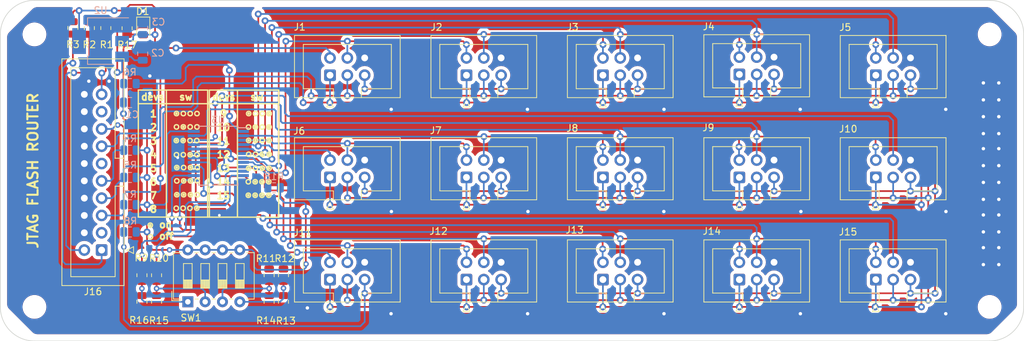
<source format=kicad_pcb>
(kicad_pcb (version 20221018) (generator pcbnew)
  (layers (0 "F.Cu" signal) (31 "B.Cu" signal) (34 "B.Paste" user) (35 "F.Paste" user) (36 "B.SilkS" user "B.Silkscreen") (37 "F.SilkS" user "F.Silkscreen") (38 "B.Mask" user) (39 "F.Mask" user) (44 "Edge.Cuts" user))
  (net 0 "")
  (net 1 "/distribution/TMS")
  (net 2 "/distribution/TDI")
  (net 3 "/distribution/TCK")
  (net 4 "GND")
  (net 5 "/distribution/RST")
  (net 6 "+3V3")
  (net 7 "+5V")
  (net 8 "Net-(D1-A)")
  (net 9 "/distribution/TDO_1")
  (net 10 "/distribution/TDO_2")
  (net 11 "/distribution/TDO_3")
  (net 12 "/distribution/TDO_4")
  (net 13 "/distribution/TDO_5")
  (net 14 "/distribution/TDO_6")
  (net 15 "/distribution/TDO_7")
  (net 16 "/distribution/TDO_8")
  (net 17 "/distribution/TDO_9")
  (net 18 "/distribution/TDO_10")
  (net 19 "/distribution/TDO_11")
  (net 20 "/distribution/TDO_12")
  (net 21 "/distribution/TDO_13")
  (net 22 "/distribution/TDO_14")
  (net 23 "/distribution/TDO_15")
  (net 24 "Net-(J16-VTREF)")
  (net 25 "Net-(J16-VCC{slash}NC)")
  (net 27 "/distribution/TDO")
  (net 30 "Net-(J16-DBGACK{slash}NC)")
  (net 31 "/SW0")
  (net 32 "Net-(R16-Pad2)")
  (net 33 "/SW1")
  (net 34 "Net-(R10-Pad2)")
  (net 35 "/SW2")
  (net 36 "Net-(R11-Pad2)")
  (net 37 "/SW3")
  (net 38 "Net-(R12-Pad2)")
  (net 39 "Net-(U3-I0)")
  (footprint "MountingHole:MountingHole_3mm" (layer "F.Cu") (at 25 85)
    (fp_text reference "H4" hide)
    (fp_text value "MountingHole" hide)
  )
  (footprint "Connector_IDC:IDC-Header_2x03_P2.54mm_Vertical" (layer "F.Cu") (at 88.3208 65.9892 90)
    (fp_text reference "J7")
    (fp_text value "Conn_01x06" hide)
  )
  (footprint "Connector_IDC:IDC-Header_2x03_P2.54mm_Vertical" (layer "F.Cu") (at 68.3208 80.9892 90)
    (fp_text reference "J11")
    (fp_text value "Conn_01x06" hide)
  )
  (footprint "LED_SMD:LED_0805_2012Metric" (layer "F.Cu") (at 40.9448 44.1452 -90)
    (fp_text reference "D1")
    (fp_text value "LED")
  )
  (footprint "Connector_IDC:IDC-Header_2x03_P2.54mm_Vertical" (layer "F.Cu") (at 128.3208 80.9892 90)
    (fp_text reference "J14")
    (fp_text value "Conn_01x06" hide)
  )
  (footprint "Button_Switch_THT:SW_DIP_SPSTx04_Slide_6.7x11.72mm_W7.62mm_P2.54mm_LowProfile" (layer "F.Cu") (at 47.48 84.25 90)
    (fp_text reference "SW1")
    (fp_text value "SW_DIP_x04")
  )
  (footprint "Connector_IDC:IDC-Header_2x03_P2.54mm_Vertical" (layer "F.Cu") (at 88.3208 50.9892 90)
    (fp_text reference "J2")
    (fp_text value "Conn_01x06" hide)
  )
  (footprint "Connector_IDC:IDC-Header_2x03_P2.54mm_Vertical" (layer "F.Cu") (at 128.3208 65.9892 90)
    (fp_text reference "J9")
    (fp_text value "Conn_01x06" hide)
  )
  (footprint "Connector_IDC:IDC-Header_2x03_P2.54mm_Vertical" (layer "F.Cu") (at 108.3208 80.9892 90)
    (fp_text reference "J13")
    (fp_text value "Conn_01x06" hide)
  )
  (footprint "Resistor_SMD:R_0805_2012Metric" (layer "F.Cu") (at 42.9 80.35 -90)
    (fp_text reference "R10")
    (fp_text value "100")
  )
  (footprint "Resistor_SMD:R_0805_2012Metric" (layer "F.Cu") (at 61.5 84.25 -90)
    (fp_text reference "R13")
    (fp_text value "10k")
  )
  (footprint "Connector_IDC:IDC-Header_2x03_P2.54mm_Vertical" (layer "F.Cu") (at 108.3208 50.9892 90)
    (fp_text reference "J3")
    (fp_text value "Conn_01x06" hide)
  )
  (footprint "MountingHole:MountingHole_3mm" (layer "F.Cu") (at 25 45)
    (fp_text reference "H1" hide)
    (fp_text value "MountingHole" hide)
  )
  (footprint "MountingHole:MountingHole_3mm" (layer "F.Cu") (at 165 45)
    (fp_text reference "H3" hide)
    (fp_text value "MountingHole" hide)
  )
  (footprint "Resistor_SMD:R_0805_2012Metric" (layer "F.Cu") (at 42.9 84.25 90)
    (fp_text reference "R15")
    (fp_text value "10k")
  )
  (footprint "Connector_IDC:IDC-Header_2x10_P2.54mm_Vertical" (layer "F.Cu") (at 34.8488 76.6572 180)
    (fp_text reference "J16")
    (fp_text value "Conn_ARM_JTAG_SWD_20" hide)
  )
  (footprint "Connector_IDC:IDC-Header_2x03_P2.54mm_Vertical" (layer "F.Cu") (at 148.3208 50.9892 90)
    (fp_text reference "J5")
    (fp_text value "Conn_01x06" hide)
  )
  (footprint "Resistor_SMD:R_0805_2012Metric" (layer "F.Cu") (at 61.5 80.35 -90)
    (fp_text reference "R12")
    (fp_text value "100")
  )
  (footprint "Resistor_SMD:R_0805_2012Metric" (layer "F.Cu") (at 33.0454 44.069 90)
    (fp_text reference "R2")
    (fp_text value "0")
  )
  (footprint "Resistor_SMD:R_0805_2012Metric" (layer "F.Cu") (at 59.4 84.25 90)
    (fp_text reference "R14")
    (fp_text value "10k")
  )
  (footprint "Resistor_SMD:R_0805_2012Metric" (layer "F.Cu") (at 35.4584 44.069 90)
    (fp_text reference "R1")
    (fp_text value "0")
  )
  (footprint "Connector_IDC:IDC-Header_2x03_P2.54mm_Vertical" (layer "F.Cu") (at 148.3208 80.9892 90)
    (fp_text reference "J15")
    (fp_text value "Conn_01x06" hide)
  )
  (footprint "Resistor_SMD:R_0805_2012Metric" (layer "F.Cu") (at 30.6324 44.0436 90)
    (fp_text reference "R3")
    (fp_text value "0")
  )
  (footprint "Resistor_SMD:R_0805_2012Metric" (layer "F.Cu") (at 38.5826 44.0944 90)
    (fp_text reference "R17")
    (fp_text value "2k2")
  )
  (footprint "Resistor_SMD:R_0805_2012Metric" (layer "F.Cu") (at 40.75 80.35 -90)
    (fp_text reference "R9")
    (fp_text value "100")
  )
  (footprint "Connector_IDC:IDC-Header_2x03_P2.54mm_Vertical" (layer "F.Cu") (at 108.3208 65.9892 90)
    (fp_text reference "J8")
    (fp_text value "Conn_01x06" hide)
  )
  (footprint "MountingHole:MountingHole_3mm" (layer "F.Cu") (at 165 85)
    (fp_text reference "H2" hide)
    (fp_text value "MountingHole" hide)
  )
  (footprint "Connector_IDC:IDC-Header_2x03_P2.54mm_Vertical" (layer "F.Cu") (at 128.3208 50.8748 90)
    (fp_text reference "J4")
    (fp_text value "Conn_01x06" hide)
  )
  (footprint "Resistor_SMD:R_0805_2012Metric" (layer "F.Cu") (at 59.4 80.35 -90)
    (fp_text reference "R11")
    (fp_text value "100")
  )
  (footprint "Connector_IDC:IDC-Header_2x03_P2.54mm_Vertical" (layer "F.Cu") (at 88.3208 80.9892 90)
    (fp_text reference "J12")
    (fp_text value "Conn_01x06" hide)
  )
  (footprint "Connector_IDC:IDC-Header_2x03_P2.54mm_Vertical" (layer "F.Cu") (at 68.3208 50.9892 90)
    (fp_text reference "J1")
    (fp_text value "Conn_01x06" hide)
  )
  (footprint "Connector_IDC:IDC-Header_2x03_P2.54mm_Vertical" (layer "F.Cu") (at 148.3208 65.9892 90)
    (fp_text reference "J10")
    (fp_text value "Conn_01x06" hide)
  )
  (footprint "Connector_IDC:IDC-Header_2x03_P2.54mm_Vertical" (layer "F.Cu") (at 68.3208 65.9892 90)
    (fp_text reference "J6")
    (fp_text value "Conn_01x06" hide)
  )
  (footprint "Resistor_SMD:R_0805_2012Metric" (layer "F.Cu") (at 40.75 84.25 90)
    (fp_text reference "R16")
    (fp_text value "10k")
  )
  (footprint "Package_TO_SOT_SMD:SOT-223-3_TabPin2" (layer "B.Cu") (at 34.6964 45.974 180)
    (fp_text reference "U2")
    (fp_text value "AMS1117-3.3")
  )
  (footprint "Resistor_SMD:R_0805_2012Metric" (layer "B.Cu") (at 39 70)
    (fp_text reference "R7")
    (fp_text value "10k")
  )
  (footprint "Resistor_SMD:R_0805_2012Metric" (layer "B.Cu") (at 39 74)
    (fp_text reference "R8")
    (fp_text value "10k")
  )
  (footprint "Resistor_SMD:R_0805_2012Metric" (layer "B.Cu") (at 39 52.2224 180)
    (fp_text reference "R6")
    (fp_text value "10k")
  )
  (footprint "Package_SO:SSOP-24_5.3x8.2mm_P0.65mm" (layer "B.Cu") (at 51.9498 62.8032 180)
    (fp_text reference "U3")
    (fp_text value "CD74HC4067SM")
  )
  (footprint "Capacitor_SMD:C_0805_2012Metric" (layer "B.Cu") (at 39 55 180)
    (fp_text reference "C1")
    (fp_text value "100n")
  )
  (footprint "Resistor_SMD:R_0805_2012Metric" (layer "B.Cu") (at 39 62)
    (fp_text reference "R4")
    (fp_text value "10k")
  )
  (footprint "Capacitor_SMD:C_0805_2012Metric" (layer "B.Cu") (at 40.8686 47.8434 -90)
    (fp_text reference "C2")
    (fp_text value "100n")
  )
  (footprint "Capacitor_SMD:C_0805_2012Metric" (layer "B.Cu") (at 40.8686 44.0588 -90)
    (fp_text reference "C3")
    (fp_text value "100n")
  )
  (footprint "Resistor_SMD:R_0805_2012Metric" (layer "B.Cu") (at 60.1218 67.5132 180)
    (fp_text reference "R18")
    (fp_text value "10k")
  )
  (footprint "Resistor_SMD:R_0805_2012Metric" (layer "B.Cu") (at 39 66)
    (fp_text reference "R5")
    (fp_text value "10k")
  )
  (gr_line (start 50.385279 55.173721) (end 40.250679 55.173721) (stroke (width 0.2)) (layer "F.SilkS"))
  (gr_line (start 50.639279 55.173721) (end 50.639279 71.823421) (stroke (width 0.2)) (layer "F.SilkS"))
  (gr_circle (center 56.346558 68.611921) (end 56.671837 68.611921) (stroke (width 0.2)) (fill none) (layer "F.SilkS"))
  (gr_circle (center 57.402279 56.621521) (end 57.727558 56.621521) (stroke (width 0.2)) (fill none) (layer "F.SilkS"))
  (gr_circle (center 47.865879 64.544721) (end 48.191158 64.544721) (stroke (width 0.2)) (fill none) (layer "F.SilkS"))
  (gr_circle (center 57.397358 60.560121) (end 57.722637 60.560121) (stroke (width 0.2)) (fill none) (layer "F.SilkS"))
  (gr_circle (center 47.819879 58.577321) (end 48.145158 58.577321) (stroke (width 0.2)) (fill none) (layer "F.SilkS"))
  (gr_circle (center 47.865879 64.544721) (end 47.965879 64.544721) (stroke (width 0.2)) (fill none) (layer "F.SilkS"))
  (gr_line (start 54.754079 53.192521) (end 54.754079 55.148321) (stroke (width 0.2)) (layer "F.SilkS"))
  (gr_circle (center 45.865879 68.530921) (end 46.191158 68.530921) (stroke (width 0.2)) (fill none) (layer "F.SilkS"))
  (gr_line (start 40.225279 71.810721) (end 60.799279 71.836121) (stroke (width 0.2)) (layer "F.SilkS"))
  (gr_circle (center 46.865879 64.544721) (end 47.191158 64.544721) (stroke (width 0.2)) (fill none) (layer "F.SilkS"))
  (gr_circle (center 59.402279 62.592121) (end 59.502279 62.592121) (stroke (width 0.2)) (fill none) (layer "F.SilkS"))
  (gr_circle (center 48.788079 70.513721) (end 49.113358 70.513721) (stroke (width 0.2)) (fill none) (layer "F.SilkS"))
  (gr_circle (center 47.865879 68.530921) (end 48.191158 68.530921) (stroke (width 0.2)) (fill none) (layer "F.SilkS"))
  (gr_circle (center 56.397358 64.649521) (end 56.497358 64.649521) (stroke (width 0.2)) (fill none) (layer "F.SilkS"))
  (gr_circle (center 48.865879 66.503721) (end 49.191158 66.503721) (stroke (width 0.2)) (fill none) (layer "F.SilkS"))
  (gr_circle (center 56.397358 60.560121) (end 56.497358 60.560121) (stroke (width 0.2)) (fill none) (layer "F.SilkS"))
  (gr_line (start 50.385279 55.148321) (end 50.385279 71.823421) (stroke (width 0.2)) (layer "F.SilkS"))
  (gr_circle (center 56.376879 58.5994) (end 56.702158 58.5994) (stroke (width 0.2)) (fill none) (layer "F.SilkS"))
  (gr_circle (center 58.346558 66.630721) (end 58.671837 66.630721) (stroke (width 0.2)) (fill none) (layer "F.SilkS"))
  (gr_circle (center 45.865879 64.544721) (end 45.965879 64.544721) (stroke (width 0.2)) (fill none) (layer "F.SilkS"))
  (gr_circle (center 45.821479 56.621521) (end 46.146758 56.621521) (stroke (width 0.2)) (fill none) (layer "F.SilkS"))
  (gr_line (start 40.225279 55.173721) (end 40.225279 71.810721) (stroke (width 0.2)) (layer "F.SilkS"))
  (gr_circle (center 48.818279 62.665121) (end 49.143558 62.665121) (stroke (width 0.2)) (fill none) (layer "F.SilkS"))
  (gr_circle (center 46.821479 56.621521) (end 47.146758 56.621521) (stroke (width 0.2)) (fill none) (layer "F.SilkS"))
  (gr_circle (center 47.818279 62.665121) (end 47.918279 62.665121) (stroke (width 0.2)) (fill none) (layer "F.SilkS"))
  (gr_circle (center 46.794479 60.582321) (end 46.894479 60.582321) (stroke (width 0.2)) (fill none) (layer "F.SilkS"))
  (gr_line (start 60.799279 71.836121) (end 60.799279 55.173721) (stroke (width 0.2)) (layer "F.SilkS"))
  (gr_circle (center 45.794479 60.582321) (end 45.894479 60.582321) (stroke (width 0.2)) (fill none) (layer "F.SilkS"))
  (gr_circle (center 59.397358 60.560121) (end 59.497358 60.560121) (stroke (width 0.2)) (fill none) (layer "F.SilkS"))
  (gr_circle (center 57.346558 66.630721) (end 57.671837 66.630721) (stroke (width 0.2)) (fill none) (layer "F.SilkS"))
  (gr_line (start 50.385279 53.167121) (end 50.385279 55.148321) (stroke (width 0.2)) (layer "F.SilkS"))
  (gr_circle (center 45.865879 68.530921) (end 45.965879 68.530921) (stroke (width 0.2)) (fill none) (layer "F.SilkS"))
  (gr_line (start 40.225279 53.167121) (end 50.385279 53.167121) (stroke (width 0.2)) (layer "F.SilkS"))
  (gr_circle (center 59.402279 56.621521) (end 59.502279 56.621521) (stroke (width 0.2)) (fill none) (layer "F.SilkS"))
  (gr_circle (center 46.819879 58.577321) (end 46.919879 58.577321) (stroke (width 0.2)) (fill none) (layer "F.SilkS"))
  (gr_circle (center 47.865879 66.503721) (end 48.191158 66.503721) (stroke (width 0.2)) (fill none) (layer "F.SilkS"))
  (gr_circle (center 59.397358 60.560121) (end 59.722637 60.560121) (stroke (width 0.2)) (fill none) (layer "F.SilkS"))
  (gr_circle (center 47.794479 60.582321) (end 48.119758 60.582321) (stroke (width 0.2)) (fill none) (layer "F.SilkS"))
  (gr_circle (center 58.397358 64.649521) (end 58.722637 64.649521) (stroke (width 0.2)) (fill none) (layer "F.SilkS"))
  (gr_circle (center 46.788079 70.513721) (end 47.113358 70.513721) (stroke (width 0.2)) (fill none) (layer "F.SilkS"))
  (gr_circle (center 47.818279 62.665121) (end 48.143558 62.665121) (stroke (width 0.2)) (fill none) (layer "F.SilkS"))
  (gr_circle (center 45.865879 64.544721) (end 46.191158 64.544721) (stroke (width 0.2)) (fill none) (layer "F.SilkS"))
  (gr_circle (center 46.865879 66.503721) (end 47.191158 66.503721) (stroke (width 0.2)) (fill none) (layer "F.SilkS"))
  (gr_circle (center 59.402279 56.621521) (end 59.727558 56.621521) (stroke (width 0.2)) (fill none) (layer "F.SilkS"))
  (gr_circle (center 56.402279 56.621521) (end 56.727558 56.621521) (stroke (width 0.2)) (fill none) (layer "F.SilkS"))
  (gr_circle (center 46.865879 66.503721) (end 46.965879 66.503721) (stroke (width 0.2)) (fill none) (layer "F.SilkS"))
  (gr_circle (center 46.794479 60.582321) (end 47.119758 60.582321) (stroke (width 0.2)) (fill none) (layer "F.SilkS"))
  (gr_circle (center 48.788079 70.513721) (end 48.888079 70.513721) (stroke (width 0.2)) (fill none) (layer "F.SilkS"))
  (gr_circle (center 56.397358 64.649521) (end 56.722637 64.649521) (stroke (width 0.2)) (fill none) (layer "F.SilkS"))
  (gr_circle (center 57.397358 60.560121) (end 57.497358 60.560121) (stroke (width 0.2)) (fill none) (layer "F.SilkS"))
  (gr_circle (center 59.376879 58.5994) (end 59.476879 58.5994) (stroke (width 0.2)) (fill none) (layer "F.SilkS"))
  (gr_circle (center 56.402279 62.592121) (end 56.727558 62.592121) (stroke (width 0.2)) (fill none) (layer "F.SilkS"))
  (gr_line (start 54.754079 55.148321) (end 54.754079 71.810721) (stroke (width 0.2)) (layer "F.SilkS"))
  (gr_circle (center 58.402279 62.592121) (end 58.727558 62.592121) (stroke (width 0.2)) (fill none) (layer "F.SilkS"))
  (gr_circle (center 45.788079 70.513721) (end 46.113358 70.513721) (stroke (width 0.2)) (fill none) (layer "F.SilkS"))
  (gr_circle (center 46.865879 68.530921) (end 47.191158 68.530921) (stroke (width 0.2)) (fill none) (layer "F.SilkS"))
  (gr_line (start 44.340079 55.148321) (end 44.340079 71.759921) (stroke (width 0.2)) (layer "F.SilkS"))
  (gr_circle (center 48.794479 60.582321) (end 49.119758 60.582321) (stroke (width 0.2)) (fill none) (layer "F.SilkS"))
  (gr_circle (center 46.819879 58.577321) (end 47.145158 58.577321) (stroke (width 0.2)) (fill none) (layer "F.SilkS"))
  (gr_circle (center 59.402279 62.592121) (end 59.727558 62.592121) (stroke (width 0.2)) (fill none) (layer "F.SilkS"))
  (gr_circle (center 46.865879 68.530921) (end 46.965879 68.530921) (stroke (width 0.2)) (fill none) (layer "F.SilkS"))
  (gr_circle (center 56.346558 68.611921) (end 56.446558 68.611921) (stroke (width 0.2)) (fill none) (layer "F.SilkS"))
  (gr_circle (center 48.821479 56.621521) (end 49.146758 56.621521) (stroke (width 0.2)) (fill none) (layer "F.SilkS"))
  (gr_circle (center 56.402279 56.621521) (end 56.502279 56.621521) (stroke (width 0.2)) (fill none) (layer "F.SilkS"))
  (gr_circle (center 48.819879 58.577321) (end 49.145158 58.577321) (stroke (width 0.2)) (fill none) (layer "F.SilkS"))
  (gr_circle (center 45.865879 66.503721) (end 46.191158 66.503721) (stroke (width 0.2)) (fill none) (layer "F.SilkS"))
  (gr_circle (center 59.397358 64.649521) (end 59.497358 64.649521) (stroke (width 0.2)) (fill none) (layer "F.SilkS"))
  (gr_circle (center 47.821479 56.621521) (end 48.146758 56.621521) (stroke (width 0.2)) (fill none) (layer "F.SilkS"))
  (gr_circle (center 57.346558 68.611921) (end 57.671837 68.611921) (stroke (width 0.2)) (fill none) (layer "F.SilkS"))
  (gr_circle (center 56.397358 60.560121) (end 56.722637 60.560121) (stroke (width 0.2)) (fill none) (layer "F.SilkS"))
  (gr_circle (center 58.402279 62.592121) (end 58.502279 62.592121) (stroke (width 0.2)) (fill none) (layer "F.SilkS"))
  (gr_circle (center 45.819879 58.577321) (end 46.145158 58.577321) (stroke (width 0.2)) (fill none) (layer "F.SilkS"))
  (gr_circle (center 57.346558 68.611921) (end 57.446558 68.611921) (stroke (width 0.2)) (fill none) (layer "F.SilkS"))
  (gr_circle (center 58.402279 56.621521) (end 58.727558 56.621521) (stroke (width 0.2)) (fill none) (layer "F.SilkS"))
  (gr_circle (center 59.376879 58.5994) (end 59.702158 58.5994) (stroke (width 0.2)) (fill none) (layer "F.SilkS"))
  (gr_circle (center 58.346558 68.611921) (end 58.671837 68.611921) (stroke (width 0.2)) (fill none) (layer "F.SilkS"))
  (gr_circle (center 57.346558 66.630721) (end 57.446558 66.630721) (stroke (width 0.2)) (fill none) (layer "F.SilkS"))
  (gr_line (start 50.639279 53.167121) (end 60.799279 53.167121) (stroke (width 0.2)) (layer "F.SilkS"))
  (gr_circle (center 41.977879 73.004521) (end 42.303158 73.004521) (stroke (width 0.2)) (fill none) (layer "F.SilkS"))
  (gr_circle (center 58.376879 58.5994) (end 58.702158 58.5994) (stroke (width 0.2)) (fill none) (layer "F.SilkS"))
  (gr_circle (center 56.346558 66.630721) (end 56.671837 66.630721) (stroke (width 0.2)) (fill none) (layer "F.SilkS"))
  (gr_circle (center 48.865879 68.530921) (end 49.191158 68.530921) (stroke (width 0.2)) (fill none) (layer "F.SilkS"))
  (gr_circle (center 58.397358 64.649521) (end 58.497358 64.649521) (stroke (width 0.2)) (fill none) (layer "F.SilkS"))
  (gr_circle (center 59.346558 68.611921) (end 59.446558 68.611921) (stroke (width 0.2)) (fill none) (layer "F.SilkS"))
  (gr_circle (center 45.794479 60.582321) (end 46.119758 60.582321) (stroke (width 0.2)) (fill none) (layer "F.SilkS"))
  (gr_circle (center 47.865879 68.530921) (end 47.965879 68.530921) (stroke (width 0.2)) (fill none) (layer "F.SilkS"))
  (gr_circle (center 57.397358 64.649521) (end 57.722637 64.649521) (stroke (width 0.2)) (fill none) (layer "F.SilkS"))
  (gr_circle (center 48.865879 64.544721) (end 49.191158 64.544721) (stroke (width 0.2)) (fill none) (layer "F.SilkS"))
  (gr_circle (center 57.376879 58.5994) (end 57.702158 58.5994) (stroke (width 0.2)) (fill none) (layer "F.SilkS"))
  (gr_line (start 60.799279 53.167121) (end 60.799279 55.148321) (stroke (width 0.2)) (layer "F.SilkS"))
  (gr_circle (center 47.788079 70.513721) (end 48.113358 70.513721) (stroke (width 0.2)) (fill none) (layer "F.SilkS"))
  (gr_circle (center 45.821479 56.621521) (end 45.921479 56.621521) (stroke (width 0.2)) (fill none) (layer "F.SilkS"))
  (gr_line (start 44.340079 53.192521) (end 44.340079 55.148321) (stroke (width 0.2)) (layer "F.SilkS"))
  (gr_circle (center 47.865879 66.503721) (end 47.965879 66.503721) (stroke (width 0.2)) (fill none) (layer "F.SilkS"))
  (gr_circle (center 45.818279 62.665121) (end 46.143558 62.665121) (stroke (width 0.2)) (fill none) (layer "F.SilkS"))
  (gr_circle (center 46.818279 62.665121) (end 47.143558 62.665121) (stroke (width 0.2)) (fill none) (layer "F.SilkS"))
  (gr_circle (center 57.376879 58.5994) (end 57.476879 58.5994) (stroke (width 0.2)) (fill none) (layer "F.SilkS"))
  (gr_circle (center 59.346558 68.611921) (end 59.671837 68.611921) (stroke (width 0.2)) (fill none) (layer "F.SilkS"))
  (gr_circle (center 58.346558 66.630721) (end 58.446558 66.630721) (stroke (width 0.2)) (fill none) (layer "F.SilkS"))
  (gr_line (start 40.225279 55.173721) (end 40.225279 53.167121) (stroke (width 0.2)) (layer "F.SilkS"))
  (gr_circle (center 58.346558 68.611921) (end 58.446558 68.611921) (stroke (width 0.2)) (fill none) (layer "F.SilkS"))
  (gr_circle (center 59.346558 66.630721) (end 59.671837 66.630721) (stroke (width 0.2)) (fill none) (layer "F.SilkS"))
  (gr_circle (center 58.397358 60.560121) (end 58.722637 60.560121) (stroke (width 0.2)) (fill none) (layer "F.SilkS"))
  (gr_line (start 50.639279 55.173721) (end 50.639279 53.167121) (stroke (width 0.2)) (layer "F.SilkS"))
  (gr_circle (center 59.397358 64.649521) (end 59.722637 64.649521) (stroke (width 0.2)) (fill none) (layer "F.SilkS"))
  (gr_line (start 60.799279 55.173721) (end 50.664679 55.173721) (stroke (width 0.2)) (layer "F.SilkS"))
  (gr_circle (center 59.346558 66.630721) (end 59.446558 66.630721) (stroke (width 0.2)) (fill none) (layer "F.SilkS"))
  (gr_circle (center 41.977879 73.004521) (end 42.077879 73.004521) (stroke (width 0.2)) (fill none) (layer "F.SilkS"))
  (gr_circle (center 57.402279 62.592121) (end 57.727558 62.592121) (stroke (width 0.2)) (fill none) (layer "F.SilkS"))
  (gr_circle (center 42.003279 74.706321) (end 42.328558 74.706321) (stroke (width 0.2)) (fill none) (layer "F.SilkS"))
  (gr_line (start 165 90) (end 25 90) (stroke (width 0.1)) (layer "Edge.Cuts"))
  (gr_line (start 20 85) (end 20 45) (stroke (width 0.1)) (layer "Edge.Cuts"))
  (gr_line (start 170 45) (end 170 85) (stroke (width 0.1)) (layer "Edge.Cuts"))
  (gr_arc (start 25 90) (mid 21.464466 88.535534) (end 20 85) (stroke (width 0.1)) (layer "Edge.Cuts"))
  (gr_line (start 25 40) (end 165 40) (stroke (width 0.1)) (layer "Edge.Cuts"))
  (gr_arc (start 165 40) (mid 168.535534 41.464466) (end 170 45) (stroke (width 0.1)) (layer "Edge.Cuts"))
  (gr_arc (start 170 85) (mid 168.535534 88.535534) (end 165 90) (stroke (width 0.1)) (layer "Edge.Cuts"))
  (gr_arc (start 20 45) (mid 21.464466 41.464466) (end 25 40) (stroke (width 0.1)) (layer "Edge.Cuts"))
  (gr_text "7" (at 41.800079 69.241121) (layer "F.SilkS") (effects (font (size 1 1) (thickness 0.25) bold) (justify left bottom)))
  (gr_text "off" (at 43.146279 75.188921) (layer "F.SilkS") (effects (font (size 1 1) (thickness 0.25) bold) (justify left bottom)))
  (gr_text "14" (at 51.585488 67.241121) (layer "F.SilkS") (effects (font (size 1 1) (thickness 0.25) bold) (justify left bottom)))
  (gr_text "1" (at 41.800079 57.241121) (layer "F.SilkS") (effects (font (size 1 1) (thickness 0.25) bold) (justify left bottom)))
  (gr_text "4" (at 41.800079 63.241121) (layer "F.SilkS") (effects (font (size 1 1) (thickness 0.25) bold) (justify left bottom)))
  (gr_text "JTAG FLASH ROUTER" (at 25.654 65 90) (layer "F.SilkS") (effects (font (size 1.5 1.5) (thickness 0.3) bold) (justify bottom)))
  (gr_text "10" (at 51.585488 59.241121) (layer "F.SilkS") (effects (font (size 1 1) (thickness 0.25) bold) (justify left bottom)))
  (gr_text "devs" (at 50.918679 54.767321) (layer "F.SilkS") (effects (font (size 1 1) (thickness 0.25) bold) (justify left bottom)))
  (gr_text "devs" (at 40.504679 54.767321) (layer "F.SilkS") (effects (font (size 1 1) (thickness 0.25) bold) (justify left bottom)))
  (gr_text "6" (at 41.800079 67.241121) (layer "F.SilkS") (effects (font (size 1 1) (thickness 0.25) bold) (justify left bottom)))
  (gr_text "11" (at 51.585488 61.241121) (layer "F.SilkS") (effects (font (size 1 1) (thickness 0.25) bold) (justify left bottom)))
  (gr_text "9" (at 52.061679 57.241121) (layer "F.SilkS") (effects (font (size 1 1) (thickness 0.25) bold) (justify left bottom)))
  (gr_text "sw" (at 56.502479 54.767321) (layer "F.SilkS") (effects (font (size 1 1) (thickness 0.25) bold) (justify left bottom)))
  (gr_text "on\n" (at 43.146279 73.512521) (layer "F.SilkS") (effects (font (size 1 1) (thickness 0.25) bold) (justify left bottom)))
  (gr_text "15" (at 51.585488 69.241121) (layer "F.SilkS") (effects (font (size 1 1) (thickness 0.25) bold) (justify left bottom)))
  (gr_text "5" (at 41.800079 65.241121) (layer "F.SilkS") (effects (font (size 1 1) (thickness 0.25) bold) (justify left bottom)))
  (gr_text "12" (at 51.585488 63.241121) (layer "F.SilkS") (effects (font (size 1 1) (thickness 0.25) bold) (justify left bottom)))
  (gr_text "2" (at 41.800079 59.241121) (layer "F.SilkS") (effects (font (size 1 1) (thickness 0.25) bold) (justify left bottom)))
  (gr_text "13" (at 51.585488 65.241121) (layer "F.SilkS") (effects (font (size 1 1) (thickness 0.25) bold) (justify left bottom)))
  (gr_text "3" (at 41.800079 61.241121) (layer "F.SilkS") (effects (font (size 1 1) (thickness 0.25) bold) (justify left bottom)))
  (gr_text "sw" (at 46.088479 54.767321) (layer "F.SilkS") (effects (font (size 1 1) (thickness 0.25) bold) (justify left bottom)))
  (gr_text "8" (at 41.800079 71.241121) (layer "F.SilkS") (effects (font (size 1 1) (thickness 0.25) bold) (justify left bottom)))
  (segment (start 108.3056 55) (end 128.3208 55) (width 0.25) (layer "F.Cu") (net 1))
  (segment (start 68.3006 55) (end 88.3412 55) (width 0.25) (layer "F.Cu") (net 1))
  (segment (start 154.7278 55) (end 148.3106 55) (width 0.25) (layer "F.Cu") (net 1))
  (segment (start 128.3208 85) (end 148.209 85) (width 0.25) (layer "F.Cu") (net 1))
  (segment (start 88.3412 70) (end 68.3006 70) (width 0.25) (layer "F.Cu") (net 1))
  (segment (start 155 70) (end 155 85) (width 0.25) (layer "F.Cu") (net 1))
  (segment (start 68.3006 55) (end 64.4054 55) (width 0.25) (layer "F.Cu") (net 1))
  (segment (start 68.326 85) (end 88.3412 85) (width 0.25) (layer "F.Cu") (net 1))
  (segment (start 88.3412 85) (end 108.3056 85) (width 0.25) (layer "F.Cu") (net 1))
  (segment (start 64.4054 55) (end 64.389 55.0164) (width 0.25) (layer "F.Cu") (net 1))
  (segment (start 155 55.2542) (end 154.7368 54.991) (width 0.25) (layer "F.Cu") (net 1))
  (segment (start 148.209 81) (end 148.1074 81) (width 0.25) (layer "F.Cu") (net 1))
  (segment (start 155 70) (end 155 55.2542) (width 0.25) (layer "F.Cu") (net 1))
  (segment (start 148.2598 70) (end 128.3208 70) (width 0.25) (layer "F.Cu") (net 1))
  (segment (start 148.2598 70) (end 148.2452 70.0146) (width 0.25) (layer "F.Cu") (net 1))
  (segment (start 68.3208 50.9892) (end 67.8066 50.9892) (width 0.25) (layer "F.Cu") (net 1))
  (segment (start 154.7368 54.991) (end 154.7278 55) (width 0.25) (layer "F.Cu") (net 1))
  (segment (start 108.3056 70) (end 88.3412 70) (width 0.25) (layer "F.Cu") (net 1))
  (segment (start 108.3056 55) (end 88.3412 55) (width 0.25) (layer "F.Cu") (net 1))
  (segment (start 67.8066 50.9892) (end 67.691 51.1048) (width 0.25) (layer "F.Cu") (net 1))
  (segment (start 148.2744 70.0146) (end 148.2598 70) (width 0.25) (layer "F.Cu") (net 1))
  (segment (start 108.3056 85) (end 128.3208 85) (width 0.25) (layer "F.Cu") (net 1))
  (segment (start 128.3208 70) (end 108.3056 70) (width 0.25) (layer "F.Cu") (net 1))
  (segment (start 148.3106 55) (end 128.3208 55) (width 0.25) (layer "F.Cu") (net 1))
  (via (at 128.3208 55) (size 1) (drill 0.5) (layers "F.Cu" "B.Cu") (net 1))
  (via (at 155 85) (size 1) (drill 0.5) (layers "F.Cu" "B.Cu") (net 1))
  (via (at 128.3208 85) (size 1) (drill 0.5) (layers "F.Cu" "B.Cu") (net 1))
  (via (at 64.389 55.0164) (size 1) (drill 0.5) (layers "F.Cu" "B.Cu") (net 1))
  (via (at 68.3006 70) (size 1) (drill 0.5) (layers "F.Cu" "B.Cu") (net 1))
  (via (at 148.3106 55) (size 1) (drill 0.5) (layers "F.Cu" "B.Cu") (net 1))
  (via (at 128.3208 70) (size 1) (drill 0.5) (layers "F.Cu" "B.Cu") (net 1))
  (via (at 88.3412 85) (size 1) (drill 0.5) (layers "F.Cu" "B.Cu") (net 1))
  (via (at 148.2598 70) (size 1) (drill 0.5) (layers "F.Cu" "B.Cu") (net 1))
  (via (at 108.3056 70) (size 1) (drill 0.5) (layers "F.Cu" "B.Cu") (net 1))
  (via (at 155 70) (size 1) (drill 0.5) (layers "F.Cu" "B.Cu") (net 1))
  (via (at 108.3056 55) (size 1) (drill 0.5) (layers "F.Cu" "B.Cu") (net 1))
  (via (at 88.3412 55) (size 1) (drill 0.5) (layers "F.Cu" "B.Cu") (net 1))
  (via (at 68.326 85) (size 1) (drill 0.5) (layers "F.Cu" "B.Cu") (net 1))
  (via (at 108.3056 85) (size 1) (drill 0.5) (layers "F.Cu" "B.Cu") (net 1))
  (via (at 88.3412 70) (size 1) (drill 0.5) (layers "F.Cu" "B.Cu") (net 1))
  (via (at 148.209 85) (size 1) (drill 0.5) (layers "F.Cu" "B.Cu") (net 1))
  (via (at 68.3006 55) (size 1) (drill 0.5) (layers "F.Cu" "B.Cu") (net 1))
  (segment (start 88.3208 65.9892) (end 88.3208 69.9796) (width 0.25) (layer "B.Cu") (net 1))
  (segment (start 88.3208 50.9892) (end 88.3412 51.0096) (width 0.25) (layer "B.Cu") (net 1))
  (segment (start 88.3208 84.9796) (end 88.3412 85) (width 0.25) (layer "B.Cu") (net 1))
  (segment (start 64.389 52.6034) (end 64.389 55.0164) (width 0.25) (layer "B.Cu") (net 1))
  (segment (start 48.1584 56.2864) (end 48.895 55.5498) (width 0.25) (layer "B.Cu") (net 1))
  (segment (start 36.957 68.453) (end 36.3728 69.0372) (width 0.25) (layer "B.Cu") (net 1))
  (segment (start 108.3208 65.9892) (end 108.3208 69.9848) (width 0.25) (layer "B.Cu") (net 1))
  (segment (start 148.3208 65.9892) (end 148.3208 69.939) (width 0.25) (layer "B.Cu") (net 1))
  (segment (start 88.3208 81) (end 88.3412 81) (width 0.25) (layer "B.Cu") (net 1))
  (segment (start 49.4792 52.1462) (end 63.9318 52.1462) (width 0.25) (layer "B.Cu") (net 1))
  (segment (start 148.3208 80.9892) (end 148.3208 84.8882) (width 0.25) (layer "B.Cu") (net 1))
  (segment (start 148.209 85) (end 155 85) (width 0.25) (layer "B.Cu") (net 1))
  (segment (start 38.5064 64.3636) (end 43.4086 64.3636) (width 0.25) (layer "B.Cu") (net 1))
  (segment (start 68.3208 80.9892) (end 68.3208 84.9948) (width 0.25) (layer "B.Cu") (net 1))
  (segment (start 148.3208 84.8882) (end 148.209 85) (width 0.25) (layer "B.Cu") (net 1))
  (segment (start 108.3208 84.9848) (end 108.3056 85) (width 0.25) (layer "B.Cu") (net 1))
  (segment (start 38.0875 64.7825) (end 38.5064 64.3636) (width 0.25) (layer "B.Cu") (net 1))
  (segment (start 63.9318 52.1462) (end 64.389 52.6034) (width 0.25) (layer "B.Cu") (net 1))
  (segment (start 48.895 55.5498) (end 48.895 52.7304) (width 0.25) (layer "B.Cu") (net 1))
  (segment (start 88.3208 80.9892) (end 88.3208 84.9796) (width 0.25) (layer "B.Cu") (net 1))
  (segment (start 88.3208 54.9796) (end 88.3412 55) (width 0.25) (layer "B.Cu") (net 1))
  (segment (start 44.196 56.2864) (end 48.1584 56.2864) (width 0.25) (layer "B.Cu") (net 1))
  (segment (start 68.3208 65.9892) (end 68.3208 69.9798) (width 0.25) (layer "B.Cu") (net 1))
  (segment (start 108.3208 80.9892) (end 108.3208 84.9848) (width 0.25) (layer "B.Cu") (net 1))
  (segment (start 108.3208 65.9892) (end 108.3056 66.0044) (width 0.25) (layer "B.Cu") (net 1))
  (segment (start 38.0875 66) (end 36.957 67.1305) (width 0.25) (layer "B.Cu") (net 1))
  (segment (start 128.3208 50.8748) (end 128.3208 55) (width 0.25) (layer "B.Cu") (net 1))
  (segment (start 108.3208 54.9848) (end 108.3056 55) (width 0.25) (layer "B.Cu") (net 1))
  (segment (start 148.3208 50.9892) (end 148.3208 54.9898) (width 0.25) (layer "B.Cu") (net 1))
  (segment (start 68.3208 50.9892) (end 68.3208 54.9798) (width 0.25) (layer "B.Cu") (net 1))
  (segment (start 68.3208 69.9798) (end 68.3006 70) (width 0.25) (layer "B.Cu") (net 1))
  (segment (start 48.895 52.7304) (end 49.4792 52.1462) (width 0.25) (layer "B.Cu") (net 1))
  (segment (start 38.0875 66) (end 38.0875 64.7825) (width 0.25) (layer "B.Cu") (net 1))
  (segment (start 36.3728 69.0372) (end 34.8488 69.0372) (width 0.25) (layer "B.Cu") (net 1))
  (segment (start 43.8658 63.9064) (end 43.8658 56.6166) (width 0.25) (layer "B.Cu") (net 1))
  (segment (start 148.3208 81) (end 148.209 81) (width 0.25) (layer "B.Cu") (net 1))
  (segment (start 108.3208 50.9892) (end 108.3208 54.9848) (width 0.25) (layer "B.Cu") (net 1))
  (segment (start 43.4086 64.3636) (end 43.8658 63.9064) (width 0.25) (layer "B.Cu") (net 1))
  (segment (start 68.3208 84.9948) (end 68.326 85) (width 0.25) (layer "B.Cu") (net 1))
  (segment (start 68.3208 54.9798) (end 68.3006 55) (width 0.25) (layer "B.Cu") (net 1))
  (segment (start 128.3208 65.9892) (end 128.3208 70) (width 0.25) (layer "B.Cu") (net 1))
  (segment (start 88.3208 69.9796) (end 88.3412 70) (width 0.25) (layer "B.Cu") (net 1))
  (segment (start 108.3208 69.9848) (end 108.3056 70) (width 0.25) (layer "B.Cu") (net 1))
  (segment (start 43.8658 56.6166) (end 44.196 56.2864) (width 0.25) (layer "B.Cu") (net 1))
  (segment (start 128.3208 80.9892) (end 128.3208 85) (width 0.25) (layer "B.Cu") (net 1))
  (segment (start 88.3412 51.0096) (end 88.3412 55) (width 0.25) (layer "B.Cu") (net 1))
  (segment (start 148.2598 70) (end 155 70) (width 0.25) (layer "B.Cu") (net 1))
  (segment (start 148.3208 54.9898) (end 148.3106 55) (width 0.25) (layer "B.Cu") (net 1))
  (segment (start 36.957 67.1305) (end 36.957 68.453) (width 0.25) (layer "B.Cu") (net 1))
  (segment (start 148.3208 69.939) (end 148.2598 70) (width 0.25) (layer "B.Cu") (net 1))
  (segment (start 68.326 80.9944) (end 68.3208 80.9892) (width 0.25) (layer "B.Cu") (net 1))
  (segment (start 43.4594 47.5488) (end 44.0082 47) (width 0.25) (layer "F.Cu") (net 2))
  (segment (start 45.6946 46.9646) (end 45.7454 46.9138) (width 0.25) (layer "F.Cu") (net 2))
  (segment (start 43.4594 66.1416) (end 43.4594 47.5488) (width 0.25) (layer "F.Cu") (net 2))
  (segment (start 44.0082 47) (end 45.6946 47) (width 0.25) (layer "F.Cu") (net 2))
  (via (at 45.7454 47) (size 1) (drill 0.5) (layers "F.Cu" "B.Cu") (net 2))
  (via (at 43.4594 66.1416) (size 1) (drill 0.5) (layers "F.Cu" "B.Cu") (net 2))
  (segment (start 38.0875 68.4401) (end 38.4048 68.1228) (width 0.25) (layer "B.Cu") (net 2))
  (segment (start 34.8488 71.5772) (end 37.7952 71.5772) (width 0.25) (layer "B.Cu") (net 2))
  (segment (start 45.7454 47) (end 67.7418 47) (width 0.25) (layer "B.Cu") (net 2))
  (segment (start 43.2054 68.1228) (end 43.4594 67.8688) (width 0.25) (layer "B.Cu") (net 2))
  (segment (start 67.7418 47) (end 68.3208 47.579) (width 0.25) (layer "B.Cu") (net 2))
  (segment (start 68.3208 47.579) (end 68.3208 48.4492) (width 0.25) (layer "B.Cu") (net 2))
  (segment (start 38.0875 71.2849) (end 38.0875 70) (width 0.25) (layer "B.Cu") (net 2))
  (segment (start 37.7952 71.5772) (end 38.0875 71.2849) (width 0.25) (layer "B.Cu") (net 2))
  (segment (start 38.0875 70) (end 38.0875 68.4401) (width 0.25) (layer "B.Cu") (net 2))
  (segment (start 43.4594 67.8688) (end 43.4594 66.1416) (width 0.25) (layer "B.Cu") (net 2))
  (segment (start 38.4048 68.1228) (end 43.2054 68.1228) (width 0.25) (layer "B.Cu") (net 2))
  (segment (start 70.8914 69) (end 90.8304 69) (width 0.25) (layer "F.Cu") (net 3))
  (segment (start 70.8608 54) (end 90.8558 54) (width 0.25) (layer "F.Cu") (net 3))
  (segment (start 70.8608 54.2238) (end 70.9878 54.2238) (width 0.25) (layer "F.Cu") (net 3))
  (segment (start 110.871 84) (end 130.8608 84) (width 0.25) (layer "F.Cu") (net 3))
  (segment (start 70.8608 54) (end 65.5578 54) (width 0.25) (layer "F.Cu") (net 3))
  (segment (start 65.5578 54) (end 65.5574 54.0004) (width 0.25) (layer "F.Cu") (net 3))
  (segment (start 70.9878 54.2238) (end 71.0184 54.2544) (width 0.25) (layer "F.Cu") (net 3))
  (segment (start 156 84) (end 156 69) (width 0.25) (layer "F.Cu") (net 3))
  (segment (start 70.8608 69.2098) (end 70.8914 69.2404) (width 0.25) (layer "F.Cu") (net 3))
  (segment (start 130.8608 69.1896) (end 130.8754 69.175) (width 0.25) (layer "F.Cu") (net 3))
  (segment (start 110.7948 69) (end 130.8608 69) (width 0.25) (layer "F.Cu") (net 3))
  (segment (start 156 54.654) (end 155.346 54) (width 0.25) (layer "F.Cu") (net 3))
  (segment (start 156 69) (end 156 54.654) (width 0.25) (layer "F.Cu") (net 3))
  (segment (start 150.836 69.175) (end 150.8506 69.1896) (width 0.25) (layer "F.Cu") (net 3))
  (segment (start 70.866 84) (end 90.8558 84) (width 0.25) (layer "F.Cu") (net 3))
  (segment (start 110.7548 69.175) (end 110.7948 69.215) (width 0.25) (layer "F.Cu") (net 3))
  (segment (start 130.8608 69) (end 150.8506 69) (width 0.25) (layer "F.Cu") (net 3))
  (segment (start 150.8506 69.1896) (end 150.8652 69.175) (width 0.25) (layer "F.Cu") (net 3))
  (segment (start 90.8304 69.2404) (end 90.8958 69.175) (width 0.25) (layer "F.Cu") (net 3))
  (segment (start 130.8354 54) (end 150.8506 54) (width 0.25) (layer "F.Cu") (net 3))
  (segment (start 130.8462 69.175) (end 130.8608 69.1896) (width 0.25) (layer "F.Cu") (net 3))
  (segment (start 90.8304 69) (end 110.7948 69) (width 0.25) (layer "F.Cu") (net 3))
  (segment (start 90.8558 54) (end 110.871 54) (width 0.25) (layer "F.Cu") (net 3))
  (segment (start 130.8608 84) (end 150.8506 84) (width 0.25) (layer "F.Cu") (net 3))
  (segment (start 155.346 54) (end 150.8506 54) (width 0.25) (layer "F.Cu") (net 3))
  (segment (start 110.871 54) (end 130.8354 54) (width 0.25) (layer "F.Cu") (net 3))
  (segment (start 90.59 69) (end 90.8304 69.2404) (width 0.25) (layer "F.Cu") (net 3))
  (segment (start 110.7948 69.215) (end 110.8348 69.175) (width 0.25) (layer "F.Cu") (net 3))
  (segment (start 90.8558 84) (end 110.871 84) (width 0.25) (layer "F.Cu") (net 3))
  (via (at 65.5574 54.0004) (size 1) (drill 0.5) (layers "F.Cu" "B.Cu") (net 3))
  (via (at 70.866 84) (size 1) (drill 0.5) (layers "F.Cu" "B.Cu") (net 3))
  (via (at 110.871 54) (size 1) (drill 0.5) (layers "F.Cu" "B.Cu") (net 3))
  (via (at 70.8608 54) (size 1) (drill 0.5) (layers "F.Cu" "B.Cu") (net 3))
  (via (at 110.871 84) (size 1) (drill 0.5) (layers "F.Cu" "B.Cu") (net 3))
  (via (at 90.8558 54) (size 1) (drill 0.5) (layers "F.Cu" "B.Cu") (net 3))
  (via (at 150.8506 84) (size 1) (drill 0.5) (layers "F.Cu" "B.Cu") (net 3))
  (via (at 156 84) (size 1) (drill 0.5) (layers "F.Cu" "B.Cu") (net 3))
  (via (at 130.8608 84) (size 1) (drill 0.5) (layers "F.Cu" "B.Cu") (net 3))
  (via (at 156 69) (size 1) (drill 0.5) (layers "F.Cu" "B.Cu") (net 3))
  (via (at 110.7948 69) (size 1) (drill 0.5) (layers "F.Cu" "B.Cu") (net 3))
  (via (at 150.8506 54) (size 1) (drill 0.5) (layers "F.Cu" "B.Cu") (net 3))
  (via (at 130.8354 54) (size 1) (drill 0.5) (layers "F.Cu" "B.Cu") (net 3))
  (via (at 150.8506 69) (size 1) (drill 0.5) (layers "F.Cu" "B.Cu") (net 3))
  (via (at 70.8914 69) (size 1) (drill 0.5) (layers "F.Cu" "B.Cu") (net 3))
  (via (at 130.8608 69) (size 1) (drill 0.5) (layers "F.Cu" "B.Cu") (net 3))
  (via (at 90.8304 69) (size 1) (drill 0.5) (layers "F.Cu" "B.Cu") (net 3))
  (via (at 90.8558 84) (size 1) (drill 0.5) (layers "F.Cu" "B.Cu") (net 3))
  (segment (start 90.8608 50.9892) (end 90.8608 53.995) (width 0.25) (layer "B.Cu") (net 3))
  (segment (start 150.8506 69) (end 150.8608 68.9898) (width 0.25) (layer "B.Cu") (net 3))
  (segment (start 65.5574 51.7906) (end 65.5574 54.0004) (width 0.25) (layer "B.Cu") (net 3))
  (segment (start 130.8608 50.8748) (end 130.8608 53.9746) (width 0.25) (layer "B.Cu") (net 3))
  (segment (start 90.8608 69) (end 90.8304 69) (width 0.25) (layer "B.Cu") (net 3))
  (segment (start 110.8608 65.9892) (end 110.8608 69.149) (width 0.25) (layer "B.Cu") (net 3))
  (segment (start 48.26 55.3212) (end 48.26 51.6636) (width 0.25) (layer "B.Cu") (net 3))
  (segment (start 150.8608 80.9892) (end 150.8608 83.9898) (width 0.25) (layer "B.Cu") (net 3))
  (segment (start 90.8608 69.21) (end 90.8304 69.2404) (width 0.25) (layer "B.Cu") (net 3))
  (segment (start 90.8608 65.9892) (end 90.8608 69.21) (width 0.25) (layer "B.Cu") (net 3))
  (segment (start 130.8608 65.9892) (end 130.8608 69.1896) (width 0.25) (layer "B.Cu") (net 3))
  (segment (start 90.8608 53.995) (end 90.8558 54) (width 0.25) (layer "B.Cu") (net 3))
  (segment (start 70.8608 65.9892) (end 70.8608 69.2098) (width 0.25) (layer "B.Cu") (net 3))
  (segment (start 43.815 55.6514) (end 47.9298 55.6514) (width 0.25) (layer "B.Cu") (net 3))
  (segment (start 150.8506 84) (end 156 84) (width 0.25) (layer "B.Cu") (net 3))
  (segment (start 130.8608 53.9746) (end 130.8354 54) (width 0.25) (layer "B.Cu") (net 3))
  (segment (start 150.8506 69) (end 156 69) (width 0.25) (layer "B.Cu") (net 3))
  (segment (start 38.0875 62) (end 36.9076 62) (width 0.25) (layer "B.Cu") (net 3))
  (segment (start 48.26 51.6636) (end 48.729064 51.194536) (width 0.25) (layer "B.Cu") (net 3))
  (segment (start 110.8608 69) (end 110.7948 69) (width 0.25) (layer "B.Cu") (net 3))
  (segment (start 70.8608 83.9948) (end 70.866 84) (width 0.25) (layer "B.Cu") (net 3))
  (segment (start 90.8608 83.995) (end 90.8558 84) (width 0.25) (layer "B.Cu") (net 3))
  (segment (start 130.8608 80.9892) (end 130.8608 84) (width 0.25) (layer "B.Cu") (net 3))
  (segment (start 48.729064 51.194536) (end 64.961336 51.194536) (width 0.25) (layer "B.Cu") (net 3))
  (segment (start 70.866 54.229) (end 70.8608 54.2238) (width 0.25) (layer "B.Cu") (net 3))
  (segment (start 110.8608 54.2442) (end 110.871 54.2544) (width 0.25) (layer "B.Cu") (net 3))
  (segment (start 43.4086 56.0578) (end 43.815 55.6514) (width 0.25) (layer "B.Cu") (net 3))
  (segment (start 64.961336 51.194536) (end 65.5574 51.7906) (width 0.25) (layer "B.Cu") (net 3))
  (segment (start 110.8608 69.149) (end 110.7948 69.215) (width 0.25) (layer "B.Cu") (net 3))
  (segment (start 43.0784 60.2488) (end 43.4086 59.9186) (width 0.25) (layer "B.Cu") (net 3))
  (segment (start 36.9076 62) (end 36.5506 62.357) (width 0.25) (layer "B.Cu") (net 3))
  (segment (start 90.8608 80.9892) (end 90.8608 83.995) (width 0.25) (layer "B.Cu") (net 3))
  (segment (start 110.8608 83.9898) (end 110.871 84) (width 0.25) (layer "B.Cu") (net 3))
  (segment (start 110.8608 80.9892) (end 110.8608 83.9898) (width 0.25) (layer "B.Cu") (net 3))
  (segment (start 34.8488 66.4972) (end 36.1696 66.4972) (width 0.25) (layer "B.Cu") (net 3))
  (segment (start 150.8608 68.9898) (end 150.8608 65.9892) (width 0.25) (layer "B.Cu") (net 3))
  (segment (start 70.8608 50.9892) (end 70.8608 54.2238) (width 0.25) (layer "B.Cu") (net 3))
  (segment (start 36.1696 66.4972) (end 36.5506 66.1162) (width 0.25) (layer "B.Cu") (net 3))
  (segment (start 36.5506 66.1162) (end 36.5506 62.357) (width 0.25) (layer "B.Cu") (net 3))
  (segment (start 38.4048 60.2488) (end 43.0784 60.2488) (width 0.25) (layer "B.Cu") (net 3))
  (segment (start 150.8608 83.9898) (end 150.8506 84) (width 0.25) (layer "B.Cu") (net 3))
  (segment (start 70.8608 80.9892) (end 70.8608 83.9948) (width 0.25) (layer "B.Cu") (net 3))
  (segment (start 38.0875 60.5661) (end 38.4048 60.2488) (width 0.25) (layer "B.Cu") (net 3))
  (segment (start 47.9298 55.6514) (end 48.26 55.3212) (width 0.25) (layer "B.Cu") (net 3))
  (segment (start 70.8608 69.2098) (end 70.8914 69.2404) (width 0.25) (layer "B.Cu") (net 3))
  (segment (start 150.8608 53.9898) (end 150.8608 50.9892) (width 0.25) (layer "B.Cu") (net 3))
  (segment (start 38.0875 62) (end 38.0875 60.5661) (width 0.25) (layer "B.Cu") (net 3))
  (segment (start 110.8608 50.9892) (end 110.8608 54.2442) (width 0.25) (layer "B.Cu") (net 3))
  (segment (start 43.4086 59.9186) (end 43.4086 56.0578) (width 0.25) (layer "B.Cu") (net 3))
  (segment (start 117.2464 71) (end 137.3378 71) (width 0.25) (layer "F.Cu") (net 4))
  (segment (start 117.2718 56) (end 137.2362 56) (width 0.25) (layer "F.Cu") (net 4))
  (segment (start 77.2922 56) (end 97.2566 56) (width 0.25) (layer "F.Cu") (net 4))
  (segment (start 77.3176 71) (end 97.3328 71) (width 0.25) (layer "F.Cu") (net 4))
  (segment (start 77.2668 86) (end 97.282 86) (width 0.25) (layer "F.Cu") (net 4))
  (segment (start 97.2566 56) (end 117.2718 56) (width 0.25) (layer "F.Cu") (net 4))
  (segment (start 40.75 85.1625) (end 42.9 85.1625) (width 0.25) (layer "F.Cu") (net 4))
  (segment (start 158.5722 71.0254) (end 158.5722 86) (width 0.25) (layer "F.Cu") (net 4))
  (segment (start 158.5976 71) (end 158.5722 71.0254) (width 0.25) (layer "F.Cu") (net 4))
  (segment (start 117.2718 86) (end 137.2616 86) (width 0.25) (layer "F.Cu") (net 4))
  (segment (start 40.9448 43.2077) (end 40.9448 41.5798) (width 0.25) (layer "F.Cu") (net 4))
  (segment (start 158.5722 70.9746) (end 158.5976 71) (width 0.25) (layer "F.Cu") (net 4))
  (segment (start 77.2668 86) (end 77.2624 86.0044) (width 0.25) (layer "F.Cu") (net 4))
  (segment (start 35.941 51.8668) (end 32.9692 51.8668) (width 0.25) (layer "F.Cu") (net 4))
  (segment (start 59.4 85.1625) (end 61.5 85.1625) (width 0.25) (layer "F.Cu") (net 4))
  (segment (start 133.4008 78) (end 133.4262 78) (width 0.25) (layer "F.Cu") (net 4))
  (segment (start 158.5722 56) (end 158.5722 70.9746) (width 0.25) (layer "F.Cu") (net 4))
  (segment (start 41.91 53.6448) (end 41.91 51.1048) (width 0.25) (layer "F.Cu") (net 4))
  (segment (start 97.282 86) (end 117.2718 86) (width 0.25) (layer "F.Cu") (net 4))
  (segment (start 63.1581 85.1625) (end 64 86.0044) (width 0.25) (layer "F.Cu") (net 4))
  (segment (start 61.5 85.1625) (end 63.1581 85.1625) (width 0.25) (layer "F.Cu") (net 4))
  (segment (start 97.3328 71) (end 117.2464 71) (width 0.25) (layer "F.Cu") (net 4))
  (segment (start 77.2624 86.0044) (end 64 86.0044) (width 0.25) (layer "F.Cu") (net 4))
  (via (at 158.5722 56) (size 1) (drill 0.5) (layers "F.Cu" "B.Cu") (net 4))
  (via (at 164.084 54.61) (size 1) (drill 0.5) (layers "F.Cu" "B.Cu") (net 4))
  (via (at 97.3328 71) (size 1) (drill 0.5) (layers "F.Cu" "B.Cu") (net 4))
  (via (at 164.084 64.262) (size 1) (drill 0.5) (layers "F.Cu" "B.Cu") (net 4))
  (via (at 117.2718 86) (size 1) (drill 0.5) (layers "F.Cu" "B.Cu") (net 4))
  (via (at 65 85.15) (size 1) (drill 0.5) (layers "F.Cu" "B.Cu") (net 4))
  (via (at 77.2668 86) (size 1) (drill 0.5) (layers "F.Cu" "B.Cu") (net 4))
  (via (at 166.3446 71.501) (size 1) (drill 0.5) (layers "F.Cu" "B.Cu") (net 4))
  (via (at 164.084 52.1208) (size 1) (drill 0.5) (layers "F.Cu" "B.Cu") (net 4))
  (via (at 166.3446 76.3016) (size 1) (drill 0.5) (layers "F.Cu" "B.Cu") (net 4))
  (via (at 166.3446 73.9902) (size 1) (drill 0.5) (layers "F.Cu" "B.Cu") (net 4))
  (via (at 166.3446 59.563) (size 1) (drill 0.5) (layers "F.Cu" "B.Cu") (net 4))
  (via (at 41.91 53.6448) (size 1) (drill 0.5) (layers "F.Cu" "B.Cu") (net 4))
  (via (at 158.5976 71) (size 1) (drill 0.5) (layers "F.Cu" "B.Cu") (net 4))
  (via (at 164.084 73.9902) (size 1) (drill 0.5) (layers "F.Cu" "B.Cu") (net 4))
  (via (at 166.3446 52.1208) (size 1) (drill 0.5) (layers "F.Cu" "B.Cu") (net 4))
  (via (at 166.3446 61.7728) (size 1) (drill 0.5) (layers "F.Cu" "B.Cu") (net 4))
  (via (at 117.2718 56) (size 1) (drill 0.5) (layers "F.Cu" "B.Cu") (net 4))
  (via (at 41.91 51.1048) (size 1) (drill 0.5) (layers "F.Cu" "B.Cu") (net 4))
  (via (at 35.941 51.8668) (size 1) (drill 0.5) (layers "F.Cu" "B.Cu") (net 4))
  (via (at 166.3446 69.215) (size 1) (drill 0.5) (layers "F.Cu" "B.Cu") (net 4))
  (via (at 137.2616 86) (size 1) (drill 0.5) (layers "F.Cu" "B.Cu") (net 4))
  (via (at 77.2922 56) (size 1) (drill 0.5) (layers "F.Cu" "B.Cu") (net 4))
  (via (at 137.2362 56) (size 1) (drill 0.5) (layers "F.Cu" "B.Cu") (net 4))
  (via (at 164.084 66.7258) (size 1) (drill 0.5) (layers "F.Cu" "B.Cu") (net 4))
  (via (at 164.084 71.501) (size 1) (drill 0.5) (layers "F.Cu" "B.Cu") (net 4))
  (via (at 97.2566 56) (size 1) (drill 0.5) (layers "F.Cu" "B.Cu") (net 4))
  (via (at 166.3446 57.0738) (size 1) (drill 0.5) (layers "F.Cu" "B.Cu") (net 4))
  (via (at 137.3378 71) (size 1) (drill 0.5) (layers "F.Cu" "B.Cu") (net 4))
  (via (at 164.084 69.215) (size 1) (drill 0.5) (layers "F.Cu" "B.Cu") (net 4))
  (via (at 166.3446 54.61) (size 1) (drill 0.5) (layers "F.Cu" "B.Cu") (net 4))
  (via (at 52.1 71.55) (size 0.8) (drill 0.4) (layers "F.Cu" "B.Cu") (net 4))
  (via (at 166.3446 78.7908) (size 1) (drill 0.5) (layers "F.Cu" "B.Cu") (net 4))
  (via (at 166.3446 64.262) (size 1) (drill 0.5) (layers "F.Cu" "B.Cu") (net 4))
  (via (at 46 63.1) (size 0.8) (drill 0.4) (layers "F.Cu" "B.Cu") (net 4))
  (via (at 32.9692 51.8668) (size 1) (drill 0.5) (layers "F.Cu" "B.Cu") (net 4))
  (via (at 164.084 76.3016) (size 1) (drill 0.5) (layers "F.Cu" "B.Cu") (net 4))
  (via (at 77.3176 71) (size 1) (drill 0.5) (layers "F.Cu" "B.Cu") (net 4))
  (via (at 117.2464 71) (size 1) (drill 0.5) (layers "F.Cu" "B.Cu") (net 4))
  (via (at 164.084 57.0738) (size 1) (drill 0.5) (layers "F.Cu" "B.Cu") (net 4))
  (via (at 158.5722 86) (size 1) (drill 0.5) (layers "F.Cu" "B.Cu") (net 4))
  (via (at 166.3446 66.7258) (size 1) (drill 0.5) (layers "F.Cu" "B.Cu") (net 4))
  (via (at 40.9448 41.5798) (size 1) (drill 0.5) (layers "F.Cu" "B.Cu") (net 4))
  (via (at 164.084 61.7728) (size 1) (drill 0.5) (layers "F.Cu" "B.Cu") (net 4))
  (via (at 97.282 86) (size 1) (drill 0.5) (layers "F.Cu" "B.Cu") (net 4))
  (via (at 164.084 78.7908) (size 1) (drill 0.5) (layers "F.Cu" "B.Cu") (net 4))
  (via (at 164.084 59.563) (size 1) (drill 0.5) (layers "F.Cu" "B.Cu") (net 4))
  (segment (start 41.91 51.1048) (end 44.196 51.1048) (width 0.25) (layer "B.Cu") (net 4))
  (segment (start 77.3176 63.7794) (end 77.3176 70.8245) (width 0.25) (layer "B.Cu") (net 4))
  (segment (start 158.5976 71) (end 158.5976 63.9318) (width 0.25) (layer "B.Cu") (net 4))
  (segment (start 97.2566 48.8696) (end 97.2566 55.8038) (width 0.25) (layer "B.Cu") (net 4))
  (segment (start 137.3378 71) (end 158.5976 71) (width 0.25) (layer "B.Cu") (net 4))
  (segment (start 137.2362 55.7276) (end 137.2362 55.8245) (width 0.25) (layer "B.Cu") (net 4))
  (segment (start 40.8636 43.1038) (end 40.8686 43.1088) (width 0.25) (layer "B.Cu") (net 4))
  (segment (start 76.8744 78.4492) (end 77.2922 78.867) (width 0.25) (layer "B.Cu") (net 4))
  (segment (start 77.2922 48.895) (end 77.2922 55.8546) (width 0.25) (layer "B.Cu") (net 4))
  (segment (start 113.4008 63.4492) (end 116.9924 63.4492) (width 0.25) (layer "B.Cu") (net 4))
  (segment (start 158.5722 48.895) (end 158.5722 56) (width 0.25) (layer "B.Cu") (net 4))
  (segment (start 97.0788 63.4492) (end 97.3328 63.7032) (width 0.25) (layer "B.Cu") (net 4))
  (segment (start 32.3088 52.5272) (end 32.9692 51.8668) (width 0.25) (layer "B.Cu") (net 4))
  (segment (start 113.4008 48.4492) (end 116.9784 48.4492) (width 0.25) (layer "B.Cu") (net 4))
  (segment (start 44.5262 50.7746) (end 44.5262 46.863) (width 0.25) (layer "B.Cu") (net 4))
  (segment (start 153.4008 48.4492) (end 158.1264 48.4492) (width 0.25) (layer "B.Cu") (net 4))
  (segment (start 158.115 63.4492) (end 153.4008 63.4492) (width 0.25) (layer "B.Cu") (net 4))
  (segment (start 46.6782 65.0782) (end 46 64.4) (width 0.25) (layer "B.Cu") (net 4))
  (segment (start 44.5262 46.863) (end 44.5262 43.6626) (width 0.25) (layer "B.Cu") (net 4))
  (segment (start 97.282 78.74) (end 97.282 85.9282) (width 0.25) (layer "B.Cu") (net 4))
  (segment (start 158.5976 63.9318) (end 158.115 63.4492) (width 0.25) (layer "B.Cu") (net 4))
  (segment (start 55.5498 71.0502) (end 55.05 71.55) (width 0.25) (layer "B.Cu") (net 4))
  (segment (start 73.4008 63.4492) (end 77.0382 63.4492) (width 0.25) (layer "B.Cu") (net 4))
  (segment (start 93.4008 48.4492) (end 96.8362 48.4492) (width 0.25) (layer "B.Cu") (net 4))
  (segment (start 97.2566 55.8038) (end 97.2566 55.8546) (width 0.25) (layer "B.Cu") (net 4))
  (segment (start 117.2718 48.7426) (end 117.2718 55.9308) (width 0.25) (layer "B.Cu") (net 4))
  (segment (start 32.3088 61.4172) (end 32.3088 63.9572) (width 0.25) (layer "B.Cu") (net 4))
  (segment (start 116.9924 63.4492) (end 117.2464 63.7032) (width 0.25) (layer "B.Cu") (net 4))
  (segment (start 32.3088 53.7972) (end 32.3088 56.3372) (width 0.25) (layer "B.Cu") (net 4))
  (segment (start 48.3498 65.0782) (end 46.6782 65.0782) (width 0.25) (layer "B.Cu") (net 4))
  (segment (start 117.2718 78.867) (end 117.2718 85.8245) (width 0.25) (layer "B.Cu") (net 4))
  (segment (start 137.2362 56) (end 158.5722 56) (width 0.25) (layer "B.Cu") (net 4))
  (segment (start 116.854 78.4492) (end 117.2718 78.867) (width 0.25) (layer "B.Cu") (net 4))
  (segment (start 73.4008 78.4492) (end 76.8744 78.4492) (width 0.25) (layer "B.Cu") (net 4))
  (segment (start 136.9314 63.4492) (end 137.3378 63.8556) (width 0.25) (layer "B.Cu") (net 4))
  (segment (start 77.2922 86.1822) (end 77.2668 86.2076) (width 0.25) (layer "B.Cu") (net 4))
  (segment (start 117.2464 70.7644) (end 117.2464 70.8245) (width 0.25) (layer "B.Cu") (net 4))
  (segment (start 37.8464 43.674) (end 37.8464 43.6368) (width 0.25) (layer "B.Cu") (net 4))
  (segment (start 32.3088 56.3372) (end 32.3088 58.8772) (width 0.25) (layer "B.Cu") (net 4))
  (segment (start 41.91 54.5084) (end 41.91 53.6448) (width 0.25) (layer "B.Cu") (net 4))
  (segment (start 137.2362 86.106) (end 137.2616 86.0806) (width 0.25) (layer "B.Cu") (net 4))
  (segment (start 39.95 55) (end 41.4184 55) (width 0.25) (layer "B.Cu") (net 4))
  (segment (start 40.889 46.9138) (end 44.4754 46.9138) (width 0.25) (layer "B.Cu") (net 4))
  (segment (start 32.3088 58.8772) (end 32.3088 61.4172) (width 0.25) (layer "B.Cu") (net 4))
  (segment (start 137.3378 63.8556) (end 137.3378 70.9422) (width 0.25) (layer "B.Cu") (net 4))
  (segment (start 55.5498 66.3782) (end 55.5498 71.0502) (width 0.25) (layer "B.Cu") (net 4))
  (segment (start 93.4008 63.4492) (end 97.0788 63.4492) (width 0.25) (layer "B.Cu") (net 4))
  (segment (start 44.4754 46.9138) (end 44.5262 46.863) (width 0.25) (layer "B.Cu") (net 4))
  (segment (start 96.9912 78.4492) (end 97.282 78.74) (width 0.25) (layer "B.Cu") (net 4))
  (segment (start 116.9784 48.4492) (end 117.2718 48.7426) (width 0.25) (layer "B.Cu") (net 4))
  (segment (start 133.4008 48.3348) (end 136.93 48.3348) (width 0.25) (layer "B.Cu") (net 4))
  (segment (start 32.3088 66.4972) (end 32.3088 69.0372) (width 0.25) (layer "B.Cu") (net 4))
  (segment (start 55.05 71.55) (end 52.1 71.55) (width 0.25) (layer "B.Cu") (net 4))
  (segment (start 76.8464 48.4492) (end 77.2922 48.895) (width 0.25) (layer "B.Cu") (net 4))
  (segment (start 37.8464 43.6368) (end 38.3794 43.1038) (width 0.25) (layer "B.Cu") (net 4))
  (segment (start 93.4008 78.4492) (end 96.9912 78.4492) (width 0.25) (layer "B.Cu") (net 4))
  (segment (start 77.0382 63.4492) (end 77.343 63.754) (width 0.25) (layer "B.Cu") (net 4))
  (segment (start 137.2362 48.641) (end 137.2362 55.7276) (width 0.25) (layer "B.Cu") (net 4))
  (segment (start 96.8362 48.4492) (end 97.2566 48.8696) (width 0.25) (layer "B.Cu") (net 4))
  (segment (start 153.4008 78.4492) (end 158.1036 78.4492) (width 0.25) (layer "B.Cu") (net 4))
  (segment (start 32.3088 69.0372) (end 32.3088 71.5772) (width 0.25) (layer "B.Cu") (net 4))
  (segment (start 133.4008 78.4492) (end 136.7422 78.4492) (width 0.25) (layer "B.Cu") (net 4))
  (segment (start 77.343 63.754) (end 77.3176 63.7794) (width 0.25) (layer "B.Cu") (net 4))
  (segment (start 43.9724 43.1088) (end 40.8686 43.1088) (width 0.25) (layer "B.Cu") (net 4))
  (segment (start 40.8686 46.8934) (end 40.889 46.9138) (width 0.25) (layer "B.Cu") (net 4))
  (segment (start 73.4008 48.4492) (end 76.8464 48.4492) (width 0.25) (layer "B.Cu") (net 4))
  (segment (start 32.3088 53.7972) (end 32.3088 52.5272) (width 0.25) (layer "B.Cu") (net 4))
  (segment (start 38.3794 43.1038) (end 40.8636 43.1038) (width 0.25) (layer "B.Cu") (net 4))
  (segment (start 41.4184 55) (end 41.91 54.5084) (width 0.25) (layer "B.Cu") (net 4))
  (segment (start 136.93 48.3348) (end 137.2362 48.641) (width 0.25) (layer "B.Cu") (net 4))
  (segment (start 113.4008 78.4492) (end 116.854 78.4492) (width 0.25) (layer "B.Cu") (net 4))
  (segment (start 44.196 51.1048) (end 44.5262 50.7746) (width 0.25) (layer "B.Cu") (net 4))
  (segment (start 137.2616 78.9686) (end 137.2616 86.0806) (width 0.25) (layer "B.Cu") (net 4))
  (segment (start 46 64.4) (end 46 63.1) (width 0.25) (layer "B.Cu") (net 4))
  (segment (start 136.7422 78.4492) (end 137.2616 78.9686) (width 0.25) (layer "B.Cu") (net 4))
  (segment (start 158.5722 86) (end 137.2616 86) (width 0.25) (layer "B.Cu") (net 4))
  (segment (start 117.2464 63.7032) (end 117.2464 70.7644) (width 0.25) (layer "B.Cu") (net 4))
  (segment (start 77.2922 78.867) (end 77.2922 86.1822) (width 0.25) (layer "B.Cu") (net 4))
  (segment (start 158.1036 78.4492) (end 158.5468 78.8924) (width 0.25) (layer "B.Cu") (net 4))
  (segment (start 32.3088 63.9572) (end 32.3088 66.4972) (width 0.25) (layer "B.Cu") (net 4))
  (segment (start 97.3328 63.7032) (end 97.3328 70.9168) (width 0.25) (layer "B.Cu") (net 4))
  (segment (start 32.3088 74.1172) (end 32.3088 71.5772) (width 0.25) (layer "B.Cu") (net 4))
  (segment (start 133.4008 63.4492) (end 136.9314 63.4492) (width 0.25) (layer "B.Cu") (net 4))
  (segment (start 158.5468 78.8924) (end 158.5468 86.0298) (width 0.25) (layer "B.Cu") (net 4))
  (segment (start 158.1264 48.4492) (end 158.5722 48.895) (width 0.25) (layer "B.Cu") (net 4))
  (segment (start 158.5468 86.0298) (end 158.5722 86.0298) (width 0.25) (layer "B.Cu") (net 4))
  (segment (start 44.5262 43.6626) (end 43.9724 43.1088) (width 0.25) (layer "B.Cu") (net 4))
  (segment (start 93.4212 83) (end 113.411 83) (width 0.25) (layer "F.Cu") (net 5))
  (segment (start 153.416 53) (end 153.4258 53.0098) (width 0.25) (layer "F.Cu") (net 5))
  (segment (start 133.4008 83) (end 153.3906 83) (width 0.25) (layer "F.Cu") (net 5))
  (segment (start 133.411 67.9348) (end 133.4262 67.9196) (width 0.25) (layer "F.Cu") (net 5))
  (segment (start 38.1 58.65) (end 38.1 76.2) (width 0.25) (layer "F.Cu") (net 5))
  (segment (start 93.3958 68) (end 113.4008 68) (width 0.25) (layer "F.Cu") (net 5))
  (segment (start 93.4008 53) (end 113.4008 53) (width 0.25) (layer "F.Cu") (net 5))
  (segment (start 156.7434 52.9844) (end 153.4316 52.9844) (width 0.25) (layer "F.Cu") (net 5))
  (segment (start 37.75 58.3) (end 38.1 58.65) (width 0.25) (layer "F.Cu") (net 5))
  (segment (start 153.3652 67.9196) (end 153.3906 67.945) (width 0.25) (layer "F.Cu") (net 5))
  (segment (start 157 68) (end 157 53.241) (width 0.25) (layer "F.Cu") (net 5))
  (segment (start 73.406 68) (end 93.3958 68) (width 0.25) (layer "F.Cu") (net 5))
  (segment (start 153.4316 52.9844) (end 153.416 53) (width 0.25) (layer "F.Cu") (net 5))
  (segment (start 73.406 53) (end 73.3962 53.0098) (width 0.25) (layer "F.Cu") (net 5))
  (segment (start 113.3856 67.9196) (end 113.4008 67.9348) (width 0.25) (layer "F.Cu") (net 5))
  (segment (start 113.411 83) (end 133.4008 83) (width 0.25) (layer "F.Cu") (net 5))
  (segment (start 133.4262 68) (end 153.3906 68) (width 0.25) (layer "F.Cu") (net 5))
  (segment (start 157 83) (end 157 68) (width 0.25) (layer "F.Cu") (net 5))
  (segment (start 153.3906 52.9844) (end 153.416 53.0098) (width 0.308) (layer "F.Cu") (net 5))
  (segment (start 93.3154 68) (end 93.3958 67.9196) (width 0.25) (layer "F.Cu") (net 5))
  (segment (start 157 53.241) (end 156.7434 52.9844) (width 0.25) (layer "F.Cu") (net 5))
  (segment (start 73.406 83) (end 93.4212 83) (width 0.25) (layer "F.Cu") (net 5))
  (segment (start 37.2 58.3) (end 37.75 58.3) (width 0.25) (layer "F.Cu") (net 5))
  (segment (start 113.4008 53) (end 133.4008 53) (width 0.25) (layer "F.Cu") (net 5))
  (segment (start 73.406 53) (end 93.4008 53) (width 0.25) (layer "F.Cu") (net 5))
  (segment (start 113.4008 68) (end 133.4262 68) (width 0.25) (layer "F.Cu") (net 5))
  (segment (start 133.4008 53) (end 153.416 53) (width 0.25) (layer "F.Cu") (net 5))
  (via (at 153.416 53) (size 1) (drill 0.5) (layers "F.Cu" "B.Cu") (net 5))
  (via (at 73.406 83) (size 1) (drill 0.5) (layers "F.Cu" "B.Cu") (net 5))
  (via (at 133.4008 53) (size 1) (drill 0.5) (layers "F.Cu" "B.Cu") (net 5))
  (via (at 113.4008 53) (size 1) (drill 0.5) (layers "F.Cu" "B.Cu") (net 5))
  (via (at 73.406 53) (size 1) (drill 0.5) (layers "F.Cu" "B.Cu") (net 5))
  (via (at 133.4262 68) (size 1) (drill 0.5) (layers "F.Cu" "B.Cu") (net 5))
  (via (at 157 83) (size 1) (drill 0.5) (layers "F.Cu" "B.Cu") (net 5))
  (via (at 153.3906 83) (size 1) (drill 0.5) (layers "F.Cu" "B.Cu") (net 5))
  (via (at 153.3906 68) (size 1) (drill 0.5) (layers "F.Cu" "B.Cu") (net 5))
  (via (at 157 68) (size 1) (drill 0.5) (layers "F.Cu" "B.Cu") (net 5))
  (via (at 133.4008 83) (size 1) (drill 0.5) (layers "F.Cu" "B.Cu") (net 5))
  (via (at 113.4008 68) (size 1) (drill 0.5) (layers "F.Cu" "B.Cu") (net 5))
  (via (at 113.411 83) (size 1) (drill 0.5) (layers "F.Cu" "B.Cu") (net 5))
  (via (at 73.406 68) (size 1) (drill 0.5) (layers "F.Cu" "B.Cu") (net 5))
  (via (at 37.2 58.3) (size 0.8) (drill 0.4) (layers "F.Cu" "B.Cu") (net 5))
  (via (at 93.4008 53) (size 1) (drill 0.5) (layers "F.Cu" "B.Cu") (net 5))
  (via (at 38.1 76.2) (size 0.8) (drill 0.4) (layers "F.Cu" "B.Cu") (net 5))
  (via (at 93.4212 83) (size 1) (drill 0.5) (layers "F.Cu" "B.Cu") (net 5))
  (via (at 93.3958 68) (size 1) (drill 0.5) (layers "F.Cu" "B.Cu") (net 5))
  (segment (start 93.3958 53.0352) (end 93.4008 53.0302) (width 0.25) (layer "B.Cu") (net 5))
  (segment (start 36.9 58.4) (end 37 58.3) (width 0.25) (layer "B.Cu") (net 5))
  (segment (start 73.4008 67.9398) (end 73.406 67.945) (width 0.25) (layer "B.Cu") (net 5))
  (segment (start 36.4228 58.8772) (end 36.9 58.4) (width 0.25) (layer "B.Cu") (net 5))
  (segment (start 93.4008 65.9892) (end 93.4008 67.9146) (width 0.25) (layer "B.Cu") (net 5))
  (segment (start 73.4008 80.9892) (end 73.4008 82.9948) (width 0.25) (layer "B.Cu") (net 5))
  (segment (start 153.4008 50.9892) (end 153.4008 52.9692) (width 0.25) (layer "B.Cu") (net 5))
  (segment (start 34.8488 58.8772) (end 36.4228 58.8772) (width 0.25) (layer "B.Cu") (net 5))
  (segment (start 153.4008 80.9892) (end 153.4008 82.9898) (width 0.25) (layer "B.Cu") (net 5))
  (segment (start 72.771 87.8332) (end 73.406 87.1982) (width 0.25) (layer "B.Cu") (net 5))
  (segment (start 153.3906 83) (end 153.3906 83) (width 0.25) (layer "B.Cu") (net 5))
  (segment (start 153.3906 83) (end 157 83) (width 0.25) (layer "B.Cu") (net 5))
  (segment (start 133.4008 65.9892) (end 133.4008 67.8942) (width 0.25) (layer "B.Cu") (net 5))
  (segment (start 93.4008 50.9892) (end 93.4008 53.0302) (width 0.25) (layer "B.Cu") (net 5))
  (segment (start 93.4008 82.9796) (end 93.4212 83) (width 0.25) (layer "B.Cu") (net 5))
  (segment (start 73.4008 82.9948) (end 73.406 83) (width 0.25) (layer "B.Cu") (net 5))
  (segment (start 113.4008 80.9892) (end 113.4008 82.9898) (width 0.25) (layer "B.Cu") (net 5))
  (segment (start 39.0652 87.8332) (end 72.771 87.8332) (width 0.25) (layer "B.Cu") (net 5))
  (segment (start 73.4008 52.9792) (end 73.406 52.9844) (width 0.308) (layer "B.Cu") (net 5))
  (segment (start 93.4008 80.9892) (end 93.4008 82.9796) (width 0.25) (layer "B.Cu") (net 5))
  (segment (start 38.1 74.0125) (end 38.1 86.868) (width 0.25) (layer "B.Cu") (net 5))
  (segment (start 93.4008 83) (end 93.4212 83) (width 0.25) (layer "B.Cu") (net 5))
  (segment (start 133.4008 67.8942) (end 133.4262 67.9196) (width 0.25) (layer "B.Cu") (net 5))
  (segment (start 153.3906 68) (end 157 68) (width 0.25) (layer "B.Cu") (net 5))
  (segment (start 73.4008 50.9892) (end 73.4008 52.9792) (width 0.308) (layer "B.Cu") (net 5))
  (segment (start 37 58.3) (end 37.2 58.3) (width 0.25) (layer "B.Cu") (net 5))
  (segment (start 113.4008 82.9898) (end 113.411 83) (width 0.25) (layer "B.Cu") (net 5))
  (segment (start 113.4008 83) (end 113.411 83) (width 0.25) (layer "B.Cu") (net 5))
  (segment (start 37.9703 74.1172) (end 38.0875 74) (width 0.25) (layer "B.Cu") (net 5))
  (segment (start 73.4008 65.9892) (end 73.4008 67.9398) (width 0.25) (layer "B.Cu") (net 5))
  (segment (start 113.4008 65.9892) (end 113.4008 67.9348) (width 0.25) (layer "B.Cu") (net 5))
  (segment (start 133.4008 80.9892) (end 133.4008 83) (width 0.25) (layer "B.Cu") (net 5))
  (segment (start 153.3652 83) (end 153.4008 83) (width 0.25) (layer "B.Cu") (net 5))
  (segment (start 113.4008 50.9892) (end 113.4008 52.9996) (width 0.25) (layer "B.Cu") (net 5))
  (segment (start 153.4008 65.9892) (end 153.4008 67.9348) (width 0.25) (layer "B.Cu") (net 5))
  (segment (start 38.0875 74) (end 38.1 74.0125) (width 0.25) (layer "B.Cu") (net 5))
  (segment (start 113.411 53.0098) (end 113.4008 52.9996) (width 0.25) (layer "B.Cu") (net 5))
  (segment (start 73.4008 83) (end 73.406 83) (width 0.25) (layer "B.Cu") (net 5))
  (segment (start 133.4008 50.8748) (end 133.4008 53) (width 0.25) (layer "B.Cu") (net 5))
  (segment (start 153.3906 65.9994) (end 153.4008 65.9892) (width 0.25) (layer "B.Cu") (net 5))
  (segment (start 93.4008 67.9146) (end 93.3958 67.9196) (width 0.25) (layer "B.Cu") (net 5))
  (segment (start 38.1 86.868) (end 39.0652 87.8332) (width 0.25) (layer "B.Cu") (net 5))
  (segment (start 73.406 87.1982) (end 73.406 83) (width 0.25) (layer "B.Cu") (net 5))
  (segment (start 42.2402 40.6654) (end 38.989 40.6654) (width 0.25) (layer "F.Cu") (net 6))
  (segment (start 38.0492 46.9138) (end 38.3032 46.6598) (width 0.25) (layer "F.Cu") (net 6))
  (segment (start 30.89 41.5) (end 31.5464 41.5) (width 0.25) (layer "F.Cu") (net 6))
  (segment (start 38.5826 43.1819) (end 38.5826 41.6306) (width 0.25) (layer "F.Cu") (net 6))
  (segment (start 38.3032 57.6072) (end 38.0492 57.3532) (width 0.25) (layer "F.Cu") (net 6))
  (segment (start 41.5 70) (end 41.5 73.95) (width 0.25) (layer "F.Cu") (net 6))
  (segment (start 41.5 62) (end 41.5 57.9084) (width 0.25) (layer "F.Cu") (net 6))
  (segment (start 42.0624 46.6598) (end 42.291 46.6598) (width 0.25) (layer "F.Cu") (net 6))
  (segment (start 42.291 46.6598) (end 42.672 46.2788) (width 0.25) (layer "F.Cu") (net 6))
  (segment (start 42.672 41.0972) (end 42.2402 40.6654) (width 0.25) (layer "F.Cu") (net 6))
  (segment (start 42.33 76.63) (end 41.8 76.1) (width 0.25) (layer "F.Cu") (net 6))
  (segment (start 38.5826 41.5036) (end 38.5826 41.6306) (width 0.25) (layer "F.Cu") (net 6))
  (segment (start 36.703 41.5) (end 38.452 41.5) (width 0.25) (layer "F.Cu") (net 6))
  (segment (start 30.6324 43.1311) (end 30.6324 41.7576) (width 0.25) (layer "F.Cu") (net 6))
  (segment (start 42.672 45.0342) (end 42.672 41.0972) (width 0.25) (layer "F.Cu") (net 6))
  (segment (start 30.6324 41.7576) (end 30.89 41.5) (width 0.25) (layer "F.Cu") (net 6))
  (segment (start 38.0492 56.642) (end 38.0492 46.9138) (width 0.25) (layer "F.Cu") (net 6))
  (segment (start 41.5 66) (end 41.5 62) (width 0.25) (layer "F.Cu") (net 6))
  (segment (start 38.5826 41.0718) (end 38.5826 41.5036) (width 0.25) (layer "F.Cu") (net 6))
  (segment (start 64.8 78.7) (end 64.77 78.67) (width 0.25) (layer "F.Cu") (net 6))
  (segment (start 41.5 75.8) (end 41.5 74.45) (width 0.25) (layer "F.Cu") (net 6))
  (segment (start 38.0492 57.3532) (end 38.0492 56.642) (width 0.25) (layer "F.Cu") (net 6))
  (segment (start 41.5 73.95) (end 41.45 74) (width 0.25) (layer "F.Cu") (net 6))
  (segment (start 44.8 76.63) (end 42.33 76.63) (width 0.25) (layer "F.Cu") (net 6))
  (segment (start 42.672 45.0596) (end 42.672 45.0342) (width 0.25) (layer "F.Cu") (net 6))
  (segment (start 38.989 40.6654) (end 38.5826 41.0718) (width 0.25) (layer "F.Cu") (net 6))
  (segment (start 41.1988 57.6072) (end 38.3032 57.6072) (width 0.25) (layer "F.Cu") (net 6))
  (segment (start 38.4556 41.5036) (end 38.5826 41.5036) (width 0.25) (layer "F.Cu") (net 6))
  (segment (start 41.5 66) (end 41.5 70) (width 0.25) (layer "F.Cu") (net 6))
  (segment (start 38.452 41.5) (end 38.4556 41.5036) (width 0.25) (layer "F.Cu") (net 6))
  (segment (start 41.8 76.1) (end 41.5 75.8) (width 0.25) (layer "F.Cu") (net 6))
  (segment (start 42.672 46.2788) (end 42.672 45.0596) (width 0.25) (layer "F.Cu") (net 6))
  (segment (start 41.5 57.9084) (end 41.1988 57.6072) (width 0.25) (layer "F.Cu") (net 6))
  (segment (start 38.3032 46.6598) (end 42.0624 46.6598) (width 0.25) (layer "F.Cu") (net 6))
  (segment (start 64.77 78.67) (end 64.77 71) (width 0.25) (layer "F.Cu") (net 6))
  (via (at 44.8 76.63) (size 0.8) (drill 0.4) (layers "F.Cu" "B.Cu") (net 6))
  (via (at 64.77 71) (size 1) (drill 0.5) (layers "F.Cu" "B.Cu") (net 6))
  (via (at 64.8 78.7) (size 0.8) (drill 0.4) (layers "F.Cu" "B.Cu") (net 6))
  (via (at 31.5464 41.5) (size 1) (drill 0.5) (layers "F.Cu" "B.Cu") (net 6))
  (via (at 42.672 45.0342) (size 1) (drill 0.5) (layers "F.Cu" "B.Cu") (net 6))
  (via (at 41.5 74) (size 1) (drill 0.5) (layers "F.Cu" "B.Cu") (net 6))
  (via (at 38.0492 56.642) (size 1) (drill 0.5) (layers "F.Cu" "B.Cu") (net 6))
  (via (at 41.5 66) (size 1) (drill 0.5) (layers "F.Cu" "B.Cu") (net 6))
  (via (at 41.5 62) (size 1) (drill 0.5) (layers "F.Cu" "B.Cu") (net 6))
  (via (at 41.5 70) (size 1) (drill 0.5) (layers "F.Cu" "B.Cu") (net 6))
  (via (at 36.703 41.5) (size 1) (drill 0.5) (layers "F.Cu" "B.Cu") (net 6))
  (segment (start 40.894 45.0342) (end 40.8686 45.0088) (width 0.25) (layer "B.Cu") (net 6))
  (segment (start 31.496 41.7576) (end 31.5464 41.808) (width 0.25) (layer "B.Cu") (net 6))
  (segment (start 64.8 79.2) (end 64.8 78.7) (width 0.25) (layer "B.Cu") (net 6))
  (segment (start 31.5464 41.808) (end 31.5464 45.974) (width 0.25) (layer "B.Cu") (net 6))
  (segment (start 39.9125 62) (end 41.5 62) (width 0.25) (layer "B.Cu") (net 6))
  (segment (start 47.48 76.63) (end 50.02 76.63) (width 0.25) (layer "B.Cu") (net 6))
  (segment (start 44.45 69.596) (end 44.45 59.6646) (width 0.25) (layer "B.Cu") (net 6))
  (segment (start 57.2 79.15) (end 57.6 79.55) (width 0.25) (layer "B.Cu") (net 6))
  (segment (start 56.88 76.63) (end 57.2 76.95) (width 0.25) (layer "B.Cu") (net 6))
  (segment (start 44.8864 59.2282) (end 48.3498 59.2282) (width 0.25) (layer "B.Cu") (net 6))
  (segment (start 55.1 76.63) (end 56.88 76.63) (width 0.25) (layer "B.Cu") (net 6))
  (segment (start 37.8464 45.974) (end 39.2684 45.974) (width 0.25) (layer "B.Cu") (net 6))
  (segment (start 55.1 76.63) (end 52.56 76.63) (width 0.25) (layer "B.Cu") (net 6))
  (segment (start 39.4716 45.7708) (end 39.4716 45.2628) (width 0.25) (layer "B.Cu") (net 6))
  (segment (start 38.0875 54.9625) (end 38.05 55) (width 0.25) (layer "B.Cu") (net 6))
  (segment (start 61.0343 67.5132) (end 61.0343 69.0861) (width 0.25) (layer "B.Cu") (net 6))
  (segment (start 38.0875 52.2224) (end 38.0875 54.9625) (width 0.25) (layer "B.Cu") (net 6))
  (segment (start 38.05 55) (end 38.05 56.6412) (width 0.25) (layer "B.Cu") (net 6))
  (segment (start 41.5024 70.0024) (end 44.069 70.0024) (width 0.25) (layer "B.Cu") (net 6))
  (segment (start 64.45 79.55) (end 64.8 79.2) (width 0.25) (layer "B.Cu") (net 6))
  (segment (start 39.7256 45.0088) (end 40.8686 45.0088) (width 0.25) (layer "B.Cu") (net 6))
  (segment (start 39.9125 74) (end 41.45 74) (width 0.25) (layer "B.Cu") (net 6))
  (segment (start 36.703 41.5) (end 31.5464 41.5) (width 0.25) (layer "B.Cu") (net 6))
  (segment (start 64.516 69.723) (end 64.77 69.977) (width 0.25) (layer "B.Cu") (net 6))
  (segment (start 61.0343 69.0861) (end 61.6712 69.723) (width 0.25) (layer "B.Cu") (net 6))
  (segment (start 44.069 69.977) (end 44.45 69.596) (width 0.25) (layer "B.Cu") (net 6))
  (segment (start 39.2684 45.974) (end 39.4716 45.7708) (width 0.25) (layer "B.Cu") (net 6))
  (segment (start 41.5 70) (end 41.5024 70.0024) (width 0.25) (layer "B.Cu") (net 6))
  (segment (start 50.02 76.63) (end 52.56 76.63) (width 0.25) (layer "B.Cu") (net 6))
  (segment (start 44.069 70.0024) (end 44.069 69.977) (width 0.25) (layer "B.Cu") (net 6))
  (segment (start 57.2 76.95) (end 57.2 79.15) (width 0.25) (layer "B.Cu") (net 6))
  (segment (start 39.9125 70) (end 41.5 70) (width 0.25) (layer "B.Cu") (net 6))
  (segment (start 39.4716 45.2628) (end 39.7256 45.0088) (width 0.25) (layer "B.Cu") (net 6))
  (segment (start 42.672 45.0342) (end 40.894 45.0342) (width 0.25) (layer "B.Cu") (net 6))
  (segment (start 61.6712 69.723) (end 64.516 69.723) (width 0.25) (layer "B.Cu") (net 6))
  (segment (start 57.6 79.55) (end 64.45 79.55) (width 0.25) (layer "B.Cu") (net 6))
  (segment (start 44.45 59.6646) (end 44.8864 59.2282) (width 0.25) (layer "B.Cu") (net 6))
  (segment (start 38.05 56.6412) (end 38.0492 56.642) (width 0.25) (layer "B.Cu") (net 6))
  (segment (start 39.9125 66) (end 41.5 66) (width 0.25) (layer "B.Cu") (net 6))
  (segment (start 64.77 69.977) (end 64.77 70.6628) (width 0.25) (layer "B.Cu") (net 6))
  (segment (start 47.48 76.63) (end 45.08 76.63) (width 0.25) (layer "B.Cu") (net 6))
  (segment (start 37.1348 43.434) (end 36.8573 43.1565) (width 0.25) (layer "F.Cu") (net 7))
  (segment (start 36.8573 43.1565) (end 35.4584 43.1565) (width 0.25) (layer "F.Cu") (net 7))
  (segment (start 33.0454 43.1565) (end 35.4584 43.1565) (width 0.25) (layer "F.Cu") (net 7))
  (segment (start 37.1348 50.5714) (end 37.1348 43.434) (width 0.25) (layer "F.Cu") (net 7))
  (via (at 37.1348 50.5714) (size 1) (drill 0.5) (layers "F.Cu" "B.Cu") (net 7))
  (segment (start 39.6494 48.7934) (end 39.13 48.274) (width 0.25) (layer "B.Cu") (net 7))
  (segment (start 39.13 48.274) (end 37.8464 48.274) (width 0.25) (layer "B.Cu") (net 7))
  (segment (start 37.8464 48.274) (end 37.8464 50.444) (width 0.25) (layer "B.Cu") (net 7))
  (segment (start 37.719 50.5714) (end 37.1348 50.5714) (width 0.25) (layer "B.Cu") (net 7))
  (segment (start 37.8464 50.444) (end 37.719 50.5714) (width 0.25) (layer "B.Cu") (net 7))
  (segment (start 40.8686 48.7934) (end 39.6494 48.7934) (width 0.25) (layer "B.Cu") (net 7))
  (segment (start 40.869 45.0069) (end 40.9448 45.0827) (width 0.25) (layer "F.Cu") (net 8))
  (segment (start 38.5826 45.0069) (end 40.869 45.0069) (width 0.25) (layer "F.Cu") (net 8))
  (segment (start 70.8666 45.9994) (end 87.8152 45.9994) (width 0.25) (layer "F.Cu") (net 9))
  (segment (start 61.8 65.5) (end 61.8 46.047869) (width 0.25) (layer "F.Cu") (net 9))
  (segment (start 61.8 46.047869) (end 61.847869 46) (width 0.25) (layer "F.Cu") (net 9))
  (segment (start 61.8 46.0012) (end 61.847869 46.049069) (width 0.25) (layer "F.Cu") (net 9))
  (segment (start 61.847869 46.049069) (end 61.847869 46.137765) (width 0.25) (layer "F.Cu") (net 9))
  (segment (start 70.866 46) (end 70.8666 45.9994) (width 0.25) (layer "F.Cu") (net 9))
  (segment (start 87.8152 45.9994) (end 88.3158 46.5) (width 0.25) (layer "F.Cu") (net 9))
  (via (at 61.847869 46) (size 1) (drill 0.5) (layers "F.Cu" "B.Cu") (net 9))
  (via (at 88.3158 46.5) (size 1) (drill 0.5) (layers "F.Cu" "B.Cu") (net 9))
  (via (at 70.866 46) (size 1) (drill 0.5) (layers "F.Cu" "B.Cu") (net 9))
  (via (at 61.8 65.3) (size 1) (drill 0.5) (layers "F.Cu" "B.Cu") (net 9))
  (segment (start 88.3158 46.482) (end 88.3158 48.4442) (width 0.25) (layer "B.Cu") (net 9))
  (segment (start 57.012685 63.7782) (end 57.434485 64.2) (width 0.25) (layer "B.Cu") (net 9))
  (segment (start 88.3158 48.4442) (end 88.3208 48.4492) (width 0.25) (layer "B.Cu") (net 9))
  (segment (start 59.4184 65.3) (end 61.8 65.3) (width 0.25) (layer "B.Cu") (net 9))
  (segment (start 55.5498 63.7782) (end 57.012685 63.7782) (width 0.25) (layer "B.Cu") (net 9))
  (segment (start 70.8406 46) (end 62.3824 46) (width 0.25) (layer "B.Cu") (net 9))
  (segment (start 70.8608 48.4492) (end 70.8608 45.9994) (width 0.25) (layer "B.Cu") (net 9))
  (segment (start 58.3184 64.2) (end 59.4184 65.3) (width 0.25) (layer "B.Cu") (net 9))
  (segment (start 57.434485 64.2) (end 58.3184 64.2) (width 0.25) (layer "B.Cu") (net 9))
  (segment (start 107.8904 45) (end 108.331 45.4406) (width 0.25) (layer "F.Cu") (net 10))
  (segment (start 60.8 45) (end 60.8 64.5) (width 0.25) (layer "F.Cu") (net 10))
  (segment (start 90.8558 45) (end 107.8904 45) (width 0.25) (layer "F.Cu") (net 10))
  (segment (start 108.331 45.4406) (end 108.331 46.5) (width 0.25) (layer "F.Cu") (net 10))
  (segment (start 60.8 45.245) (end 61.0362 45.0088) (width 0.25) (layer "F.Cu") (net 10))
  (via (at 90.8558 45) (size 1) (drill 0.5) (layers "F.Cu" "B.Cu") (net 10))
  (via (at 108.331 46.5) (size 1) (drill 0.5) (layers "F.Cu" "B.Cu") (net 10))
  (via (at 60.8 45) (size 1) (drill 0.5) (layers "F.Cu" "B.Cu") (net 10))
  (via (at 60.8 64.3) (size 1) (drill 0.5) (layers "F.Cu" "B.Cu") (net 10))
  (segment (start 108.3208 46.8478) (end 108.331 46.8376) (width 0.25) (layer "B.Cu") (net 10))
  (segment (start 90.8558 45.212) (end 90.8558 44.6786) (width 0.25) (layer "B.Cu") (net 10))
  (segment (start 108.3208 48.4492) (end 108.3208 46.8478) (width 0.25) (layer "B.Cu") (net 10))
  (segment (start 90.8608 48.4492) (end 90.8608 45.217) (width 0.25) (layer "B.Cu") (net 10))
  (segment (start 59.159596 64.3) (end 60.8 64.3) (width 0.25) (layer "B.Cu") (net 10))
  (segment (start 58.609596 63.75) (end 59.159596 64.3) (width 0.25) (layer "B.Cu") (net 10))
  (segment (start 60.8 45) (end 90.8558 45) (width 0.25) (layer "B.Cu") (net 10))
  (segment (start 90.8608 45.217) (end 90.8558 45.212) (width 0.25) (layer "B.Cu") (net 10))
  (segment (start 55.5498 63.1282) (end 56.999081 63.1282) (width 0.25) (layer "B.Cu") (net 10))
  (segment (start 56.999081 63.1282) (end 57.620881 63.75) (width 0.25) (layer "B.Cu") (net 10))
  (segment (start 57.620881 63.75) (end 58.609596 63.75) (width 0.25) (layer "B.Cu") (net 10))
  (segment (start 59.8 44.1622) (end 59.9694 43.9928) (width 0.25) (layer "F.Cu") (net 11))
  (segment (start 110.871 45) (end 127.9818 45) (width 0.25) (layer "F.Cu") (net 11))
  (segment (start 127.9818 45) (end 128.3208 45.339) (width 0.25) (layer "F.Cu") (net 11))
  (segment (start 128.3208 45.339) (end 128.3208 46.5) (width 0.25) (layer "F.Cu") (net 11))
  (segment (start 59.8 63.5) (end 59.8 44) (width 0.25) (layer "F.Cu") (net 11))
  (via (at 59.8 63.3) (size 1) (drill 0.5) (layers "F.Cu" "B.Cu") (net 11))
  (via (at 128.3208 46.5) (size 1) (drill 0.5) (layers "F.Cu" "B.Cu") (net 11))
  (via (at 59.8 44) (size 1) (drill 0.5) (layers "F.Cu" "B.Cu") (net 11))
  (via (at 110.871 45) (size 1) (drill 0.5) (layers "F.Cu" "B.Cu") (net 11))
  (segment (start 59.8 44) (end 110.5988 44) (width 0.25) (layer "B.Cu") (net 11))
  (segment (start 56.985477 62.4782) (end 57.397677 62.8904) (width 0.25) (layer "B.Cu") (net 11))
  (segment (start 110.871 44.2722) (end 110.871 45) (width 0.25) (layer "B.Cu") (net 11))
  (segment (start 110.5988 44) (end 110.871 44.2722) (width 0.25) (layer "B.Cu") (net 11))
  (segment (start 110.871 45) (end 110.8608 45.0102) (width 0.25) (layer "B.Cu") (net 11))
  (segment (start 128.3208 46.355) (end 128.3208 48.3348) (width 0.25) (layer "B.Cu") (net 11))
  (segment (start 110.8608 45.0102) (end 110.8608 48.4492) (width 0.25) (layer "B.Cu") (net 11))
  (segment (start 55.5498 62.4782) (end 56.985477 62.4782) (width 0.25) (layer "B.Cu") (net 11))
  (segment (start 58.0136 62.8904) (end 58.4232 63.3) (width 0.25) (layer "B.Cu") (net 11))
  (segment (start 57.397677 62.8904) (end 58.0136 62.8904) (width 0.25) (layer "B.Cu") (net 11))
  (segment (start 58.4232 63.3) (end 59.8 63.3) (width 0.25) (layer "B.Cu") (net 11))
  (segment (start 130.8608 45) (end 147.9208 45) (width 0.25) (layer "F.Cu") (net 12))
  (segment (start 148.3106 45.3898) (end 148.3106 46.5) (width 0.25) (layer "F.Cu") (net 12))
  (segment (start 147.9208 45) (end 148.3106 45.3898) (width 0.25) (layer "F.Cu") (net 12))
  (segment (start 58.8 43) (end 58.8 62.5) (width 0.25) (layer "F.Cu") (net 12))
  (via (at 148.3106 46.5) (size 1) (drill 0.5) (layers "F.Cu" "B.Cu") (net 12))
  (via (at 130.8608 45) (size 1) (drill 0.5) (layers "F.Cu" "B.Cu") (net 12))
  (via (at 58.8 62.3) (size 1) (drill 0.5) (layers "F.Cu" "B.Cu") (net 12))
  (via (at 58.8 43) (size 1) (drill 0.5) (layers "F.Cu" "B.Cu") (net 12))
  (segment (start 58.8 43) (end 130.2236 43) (width 0.25) (layer "B.Cu") (net 12))
  (segment (start 55.5498 61.8282) (end 56.971873 61.8282) (width 0.25) (layer "B.Cu") (net 12))
  (segment (start 130.8608 48.3348) (end 130.8608 45.0596) (width 0.25) (layer "B.Cu") (net 12))
  (segment (start 130.2236 43) (end 130.8608 43.6372) (width 0.25) (layer "B.Cu") (net 12))
  (segment (start 148.3106 48.439) (end 148.3208 48.4492) (width 0.25) (layer "B.Cu") (net 12))
  (segment (start 57.443673 62.3) (end 58.8 62.3) (width 0.25) (layer "B.Cu") (net 12))
  (segment (start 56.971873 61.8282) (end 57.443673 62.3) (width 0.25) (layer "B.Cu") (net 12))
  (segment (start 130.8608 43.6372) (end 130.8608 45) (width 0.25) (layer "B.Cu") (net 12))
  (segment (start 148.3106 46.3804) (end 148.3106 48.439) (width 0.25) (layer "B.Cu") (net 12))
  (segment (start 57.8104 42.022) (end 57.8 42.0116) (width 0.25) (layer "F.Cu") (net 13))
  (segment (start 57.8104 61.5) (end 57.8104 42.022) (width 0.25) (layer "F.Cu") (net 13))
  (via (at 57.8 42.0116) (size 1) (drill 0.5) (layers "F.Cu" "B.Cu") (net 13))
  (via (at 57.8104 61.3918) (size 1) (drill 0.5) (layers "F.Cu" "B.Cu") (net 13))
  (segment (start 68.3208 63.4492) (end 68.3208 62.4026) (width 0.25) (layer "B.Cu") (net 13))
  (segment (start 57.0126 61.1782) (end 55.5498 61.1782) (width 0.25) (layer "B.Cu") (net 13))
  (segment (start 67.9182 62) (end 67.9168 62.0014) (width 0.25) (layer "B.Cu") (net 13))
  (segment (start 150.1532 42) (end 57.8116 42) (width 0.25) (layer "B.Cu") (net 13))
  (segment (start 59.3696 61.3) (end 57.8104 61.3) (width 0.25) (layer "B.Cu") (net 13))
  (segment (start 60.071 62.0014) (end 59.3696 61.3) (width 0.25) (layer "B.Cu") (net 13))
  (segment (start 150.8608 48.4492) (end 150.8608 42.7076) (width 0.25) (layer "B.Cu") (net 13))
  (segment (start 57.8104 61.3156) (end 57.15 61.3156) (width 0.25) (layer "B.Cu") (net 13))
  (segment (start 57.15 61.3156) (end 57.0126 61.1782) (width 0.25) (layer "B.Cu") (net 13))
  (segment (start 67.9168 62) (end 60.071 62) (width 0.25) (layer "B.Cu") (net 13))
  (segment (start 150.8608 42.7076) (end 150.1532 42) (width 0.25) (layer "B.Cu") (net 13))
  (segment (start 57.8116 42) (end 57.8 42.0116) (width 0.25) (layer "B.Cu") (net 13))
  (segment (start 68.3208 62.4026) (end 67.9182 62) (width 0.25) (layer "B.Cu") (net 13))
  (segment (start 70.866 61) (end 87.8158 61) (width 0.25) (layer "F.Cu") (net 14))
  (segment (start 87.8158 61) (end 88.3158 61.5) (width 0.25) (layer "F.Cu") (net 14))
  (via (at 88.3158 61.5) (size 1) (drill 0.5) (layers "F.Cu" "B.Cu") (net 14))
  (via (at 70.866 61) (size 1) (drill 0.5) (layers "F.Cu" "B.Cu") (net 14))
  (segment (start 62.3824 61) (end 60 61) (width 0.25) (layer "B.Cu") (net 14))
  (segment (start 88.3158 61.5) (end 88.3158 63.4442) (width 0.25) (layer "B.Cu") (net 14))
  (segment (start 59.5174 60.5282) (end 60 61.0108) (width 0.25) (layer "B.Cu") (net 14))
  (segment (start 70.866 61) (end 62.3932 61) (width 0.25) (layer "B.Cu") (net 14))
  (segment (start 88.3158 63.4442) (end 88.3208 63.4492) (width 0.25) (layer "B.Cu") (net 14))
  (segment (start 70.866 61) (end 70.866 63.444) (width 0.25) (layer "B.Cu") (net 14))
  (segment (start 62.3932 61) (end 62.3824 61.0108) (width 0.25) (layer "B.Cu") (net 14))
  (segment (start 55.5498 60.5282) (end 59.5174 60.5282) (width 0.25) (layer "B.Cu") (net 14))
  (segment (start 70.866 63.444) (end 70.8608 63.4492) (width 0.25) (layer "B.Cu") (net 14))
  (segment (start 90.8812 60) (end 107.8536 60) (width 0.25) (layer "F.Cu") (net 15))
  (segment (start 107.8536 60) (end 108.3056 60.452) (width 0.25) (layer "F.Cu") (net 15))
  (segment (start 108.2802 61.4426) (end 108.3056 61.468) (width 0.25) (layer "F.Cu") (net 15))
  (segment (start 108.3056 60.452) (end 108.3056 61.5) (width 0.25) (layer "F.Cu") (net 15))
  (via (at 90.8812 60) (size 1) (drill 0.5) (layers "F.Cu" "B.Cu") (net 15))
  (via (at 108.3056 61.5) (size 1) (drill 0.5) (layers "F.Cu" "B.Cu") (net 15))
  (segment (start 59.8782 59.8782) (end 60 60) (width 0.25) (layer "B.Cu") (net 15))
  (segment (start 60 60) (end 90.297 60) (width 0.25) (layer "B.Cu") (net 15))
  (segment (start 90.8608 60.0204) (end 90.8608 63.4492) (width 0.25) (layer "B.Cu") (net 15))
  (segment (start 108.3056 63.434) (end 108.3208 63.4492) (width 0.25) (layer "B.Cu") (net 15))
  (segment (start 90.8812 60.2488) (end 90.8812 60.0964) (width 0.25) (layer "B.Cu") (net 15))
  (segment (start 90.8608 60.2488) (end 90.8812 60.2488) (width 0.25) (layer "B.Cu") (net 15))
  (segment (start 90.8812 60) (end 90.8608 60.0204) (width 0.25) (layer "B.Cu") (net 15))
  (segment (start 108.3208 61.4832) (end 108.3056 61.468) (width 0.25) (layer "B.Cu") (net 15))
  (segment (start 108.3056 61.5) (end 108.3056 63.434) (width 0.25) (layer "B.Cu") (net 15))
  (segment (start 55.5498 59.8782) (end 59.8782 59.8782) (width 0.25) (layer "B.Cu") (net 15))
  (segment (start 127.8688 60) (end 128.27 60.4012) (width 0.25) (layer "F.Cu") (net 16))
  (segment (start 110.8456 60) (end 127.8688 60) (width 0.25) (layer "F.Cu") (net 16))
  (segment (start 128.27 60.4012) (end 128.27 61.5) (width 0.25) (layer "F.Cu") (net 16))
  (via (at 128.27 61.5) (size 1) (drill 0.5) (layers "F.Cu" "B.Cu") (net 16))
  (via (at 110.8456 60) (size 1) (drill 0.5) (layers "F.Cu" "B.Cu") (net 16))
  (segment (start 110.8608 60.0152) (end 110.8608 63.4492) (width 0.25) (layer "B.Cu") (net 16))
  (segment (start 60.3758 56.2356) (end 60.3758 58.674) (width 0.25) (layer "B.Cu") (net 16))
  (segment (start 110.49 59) (end 110.8456 59.3556) (width 0.25) (layer "B.Cu") (net 16))
  (segment (start 60.7018 59) (end 110.49 59) (width 0.25) (layer "B.Cu") (net 16))
  (segment (start 50.5 56) (end 60.1402 56) (width 0.25) (layer "B.Cu") (net 16))
  (segment (start 128.27 63.3984) (end 128.3208 63.4492) (width 0.25) (layer "B.Cu") (net 16))
  (segment (start 128.27 61.5) (end 128.27 63.3984) (width 0.25) (layer "B.Cu") (net 16))
  (segment (start 60.3758 58.674) (end 60.7018 59) (width 0.25) (layer "B.Cu") (net 16))
  (segment (start 110.8456 60) (end 110.8608 60.0152) (width 0.25) (layer "B.Cu") (net 16))
  (segment (start 48.3498 59.8782) (end 49.9006 59.8782) (width 0.25) (layer "B.Cu") (net 16))
  (segment (start 60.1402 56) (end 60.3758 56.2356) (width 0.25) (layer "B.Cu") (net 16))
  (segment (start 110.8456 59.3556) (end 110.8456 60) (width 0.25) (layer "B.Cu") (net 16))
  (segment (start 49.9006 59.8782) (end 50.292 59.4868) (width 0.25) (layer "B.Cu") (net 16))
  (segment (start 110.8608 60.2132) (end 110.8456 60.198) (width 0.25) (layer "B.Cu") (net 16))
  (segment (start 50.292 56.208) (end 50.5 56) (width 0.25) (layer "B.Cu") (net 16))
  (segment (start 50.292 59.4868) (end 50.292 56.208) (width 0.25) (layer "B.Cu") (net 16))
  (segment (start 147.9856 60) (end 148.2852 60.2996) (width 0.25) (layer "F.Cu") (net 17))
  (segment (start 148.2852 60.2996) (end 148.2852 61.5) (width 0.25) (layer "F.Cu") (net 17))
  (segment (start 51.5 55.0672) (end 51.5112 55.0784) (width 0.25) (layer "F.Cu") (net 17))
  (segment (start 130.8608 60) (end 147.9856 60) (width 0.25) (layer "F.Cu") (net 17))
  (segment (start 51.5112 55.0784) (end 51.5112 60.198) (width 0.25) (layer "F.Cu") (net 17))
  (via (at 130.8608 60) (size 1) (drill 0.5) (layers "F.Cu" "B.Cu") (net 17))
  (via (at 51.5 55.0672) (size 1) (drill 0.5) (layers "F.Cu" "B.Cu") (net 17))
  (via (at 51.5 60) (size 0.8) (drill 0.4) (layers "F.Cu" "B.Cu") (net 17))
  (via (at 148.2852 61.5) (size 1) (drill 0.5) (layers "F.Cu" "B.Cu") (net 17))
  (segment (start 130.8608 58.7112) (end 130.1496 58) (width 0.25) (layer "B.Cu") (net 17))
  (segment (start 51.181 60.5282) (end 51.5112 60.198) (width 0.25) (layer "B.Cu") (net 17))
  (segment (start 48.3498 60.5282) (end 51.181 60.5282) (width 0.25) (layer "B.Cu") (net 17))
  (segment (start 148.2852 63.4136) (end 148.3208 63.4492) (width 0.25) (layer "B.Cu") (net 17))
  (segment (start 130.8608 60) (end 130.8608 58.7112) (width 0.25) (layer "B.Cu") (net 17))
  (segment (start 61.1124 55.4736) (end 60.6388 55) (width 0.25) (layer "B.Cu") (net 17))
  (segment (start 51.2 55.0354) (end 51.2318 55.0672) (width 0.25) (layer "B.Cu") (net 17))
  (segment (start 148.2852 61.5) (end 148.2852 63.4136) (width 0.25) (layer "B.Cu") (net 17))
  (segment (start 130.1496 58) (end 61.3528 58) (width 0.25) (layer "B.Cu") (net 17))
  (segment (start 61.1124 57.7596) (end 61.1124 55.4736) (width 0.25) (layer "B.Cu") (net 17))
  (segment (start 51.2 55) (end 51.2 55.0354) (width 0.25) (layer "B.Cu") (net 17))
  (segment (start 130.8608 63.4492) (end 130.8608 60) (width 0.25) (layer "B.Cu") (net 17))
  (segment (start 61.3528 58) (end 61.1124 57.7596) (width 0.25) (layer "B.Cu") (net 17))
  (segment (start 60.6388 55) (end 51.2 55) (width 0.25) (layer "B.Cu") (net 17))
  (segment (start 61.6966 76.9874) (end 63.5 76.9874) (width 0.25) (layer "F.Cu") (net 18))
  (segment (start 54.067 72.517) (end 53.7 72.15) (width 0.25) (layer "F.Cu") (net 18))
  (segment (start 57.2262 72.517) (end 54.067 72.517) (width 0.25) (layer "F.Cu") (net 18))
  (segment (start 52.5 61) (end 48.9312 61) (width 0.25) (layer "F.Cu") (net 18))
  (segment (start 48.9312 61) (end 48.641 61.2902) (width 0.25) (layer "F.Cu") (net 18))
  (segment (start 53.35 69.85) (end 49.141 69.85) (width 0.25) (layer "F.Cu") (net 18))
  (segment (start 48.641 61.2902) (end 48.641 69.35) (width 0.25) (layer "F.Cu") (net 18))
  (segment (start 53.7 70.2) (end 53.35 69.85) (width 0.25) (layer "F.Cu") (net 18))
  (segment (start 53.7 72.15) (end 53.7 70.2) (width 0.25) (layer "F.Cu") (net 18))
  (segment (start 52.5 54.0004) (end 52.5 61) (width 0.25) (layer "F.Cu") (net 18))
  (segment (start 49.141 69.85) (end 48.641 69.35) (width 0.25) (layer "F.Cu") (net 18))
  (segment (start 57.2262 72.517) (end 61.6966 76.9874) (width 0.25) (layer "F.Cu") (net 18))
  (via (at 63.5 76.9874) (size 1) (drill 0.5) (layers "F.Cu" "B.Cu") (net 18))
  (via (at 52.5 54.0004) (size 1) (drill 0.5) (layers "F.Cu" "B.Cu") (net 18))
  (via (at 52.5 61) (size 0.8) (drill 0.4) (layers "F.Cu" "B.Cu") (net 18))
  (segment (start 62.1562 57) (end 150.218 57) (width 0.25) (layer "B.Cu") (net 18))
  (segment (start 61.3914 54) (end 61.6966 54.3052) (width 0.25) (layer "B.Cu") (net 18))
  (segment (start 150.218 57) (end 150.8608 57.6428) (width 0.25) (layer "B.Cu") (net 18))
  (segment (start 48.3498 61.1782) (end 52.3218 61.1782) (width 0.25) (layer "B.Cu") (net 18))
  (segment (start 61.6966 56.5404) (end 62.1562 57) (width 0.25) (layer "B.Cu") (net 18))
  (segment (start 68.3208 77.4774) (end 67.8434 77) (width 0.25) (layer "B.Cu") (net 18))
  (segment (start 150.8608 57.6428) (end 150.8608 63.4492) (width 0.25) (layer "B.Cu") (net 18))
  (segment (start 61.6966 54.3052) (end 61.6966 56.5404) (width 0.25) (layer "B.Cu") (net 18))
  (segment (start 67.8434 77) (end 63.5 77) (width 0.25) (layer "B.Cu") (net 18))
  (segment (start 52.197 54) (end 61.3914 54) (width 0.25) (layer "B.Cu") (net 18))
  (segment (start 63.5 77) (end 63.5 76.9874) (width 0.25) (layer "B.Cu") (net 18))
  (segment (start 68.3208 78.4492) (end 68.3208 77.4774) (width 0.25) (layer "B.Cu") (net 18))
  (segment (start 52.3218 61.1782) (end 52.5 61) (width 0.25) (layer "B.Cu") (net 18))
  (segment (start 62.0536 67.905) (end 62.5 68.3514) (width 0.25) (layer "F.Cu") (net 19))
  (segment (start 58.7502 67.4624) (end 59.1928 67.905) (width 0.25) (layer "F.Cu") (net 19))
  (segment (start 62.5 68.3514) (end 62.5 76) (width 0.25) (layer "F.Cu") (net 19))
  (segment (start 58.7502 64.4652) (end 58.7502 67.4624) (width 0.25) (layer "F.Cu") (net 19))
  (segment (start 87.8872 76) (end 88.3412 76.454) (width 0.25) (layer "F.Cu") (net 19))
  (segment (start 57.555 63.27) (end 58.7502 64.4652) (width 0.25) (layer "F.Cu") (net 19))
  (segment (start 59.1928 67.905) (end 62.0536 67.905) (width 0.25) (layer "F.Cu") (net 19))
  (segment (start 70.866 76) (end 87.8872 76) (width 0.25) (layer "F.Cu") (net 19))
  (segment (start 53.8 63.27) (end 57.555 63.27) (width 0.25) (layer "F.Cu") (net 19))
  (via (at 62.5 76) (size 1) (drill 0.5) (layers "F.Cu" "B.Cu") (net 19))
  (via (at 70.866 76) (size 1) (drill 0.5) (layers "F.Cu" "B.Cu") (net 19))
  (via (at 53.8 63.27) (size 1) (drill 0.5) (layers "F.Cu" "B.Cu") (net 19))
  (via (at 88.3412 76.5) (size 1) (drill 0.5) (layers "F.Cu" "B.Cu") (net 19))
  (segment (start 53.8 62.1312) (end 53.497 61.8282) (width 0.25) (layer "B.Cu") (net 19))
  (segment (start 53.497 61.8282) (end 48.3498 61.8282) (width 0.25) (layer "B.Cu") (net 19))
  (segment (start 70.866 76) (end 70.866 78.444) (width 0.25) (layer "B.Cu") (net 19))
  (segment (start 70.866 78.444) (end 70.8608 78.4492) (width 0.25) (layer "B.Cu") (net 19))
  (segment (start 62.5 76) (end 70.866 76) (width 0.25) (layer "B.Cu") (net 19))
  (segment (start 88.3412 76.454) (end 88.3412 78.4288) (width 0.25) (layer "B.Cu") (net 19))
  (segment (start 53.8 63.27) (end 53.8 62.1312) (width 0.25) (layer "B.Cu") (net 19))
  (segment (start 88.3412 78.4288) (end 88.3208 78.4492) (width 0.25) (layer "B.Cu") (net 19))
  (segment (start 108.2802 75.5396) (end 108.2802 76.5) (width 0.25) (layer "F.Cu") (net 20))
  (segment (start 57.5 68.2188) (end 57.5 65.12) (width 0.25) (layer "F.Cu") (net 20))
  (segment (start 107.7406 75) (end 108.2802 75.5396) (width 0.25) (layer "F.Cu") (net 20))
  (segment (start 61.5 69.215) (end 61.0428 68.7578) (width 0.25) (layer "F.Cu") (net 20))
  (segment (start 61.5 75) (end 61.5 69.215) (width 0.25) (layer "F.Cu") (net 20))
  (segment (start 61.0428 68.7578) (end 58.039 68.7578) (width 0.25) (layer "F.Cu") (net 20))
  (segment (start 56.92 64.54) (end 52.8 64.54) (width 0.25) (layer "F.Cu") (net 20))
  (segment (start 58.039 68.7578) (end 57.5 68.2188) (width 0.25) (layer "F.Cu") (net 20))
  (segment (start 90.8558 75) (end 107.7406 75) (width 0.25) (layer "F.Cu") (net 20))
  (segment (start 57.5 65.12) (end 56.92 64.54) (width 0.25) (layer "F.Cu") (net 20))
  (via (at 52.8 64.54) (size 1) (drill 0.5) (layers "F.Cu" "B.Cu") (net 20))
  (via (at 61.5 75) (size 1) (drill 0.5) (layers "F.Cu" "B.Cu") (net 20))
  (via (at 108.2802 76.5) (size 1) (drill 0.5) (layers "F.Cu" "B.Cu") (net 20))
  (via (at 90.8558 75) (size 1) (drill 0.5) (layers "F.Cu" "B.Cu") (net 20))
  (segment (start 90.8608 78.4492) (end 90.8608 75.005) (width 0.25) (layer "B.Cu") (net 20))
  (segment (start 52.8 62.8838) (end 52.3944 62.4782) (width 0.25) (layer "B.Cu") (net 20))
  (segment (start 52.3944 62.4782) (end 48.3498 62.4782) (width 0.25) (layer "B.Cu") (net 20))
  (segment (start 52.4256 64.4656) (end 52.5 64.54) (width 0.25) (layer "B.Cu") (net 20))
  (segment (start 108.2802 78.4086) (end 108.3208 78.4492) (width 0.25) (layer "B.Cu") (net 20))
  (segment (start 52.8 64.54) (end 52.8 62.8838) (width 0.25) (layer "B.Cu") (net 20))
  (segment (start 90.735 75) (end 61.5 75) (width 0.25) (layer "B.Cu") (net 20))
  (segment (start 90.8608 75.189) (end 90.8558 75.184) (width 0.25) (layer "B.Cu") (net 20))
  (segment (start 108.2802 76.454) (end 108.2802 78.4086) (width 0.25) (layer "B.Cu") (net 20))
  (segment (start 56.5 69.3016) (end 56.5 66.4718) (width 0.25) (layer "F.Cu") (net 21))
  (segment (start 128.3462 75.5142) (end 128.3462 76.4032) (width 0.25) (layer "F.Cu") (net 21))
  (segment (start 127.832 75) (end 128.3462 75.5142) (width 0.25) (layer "F.Cu") (net 21))
  (segment (start 60.5028 71.247) (end 60.5 71.2442) (width 0.25) (layer "F.Cu") (net 21))
  (segment (start 56.5 66.4718) (end 55.8382 65.81) (width 0.25) (layer "F.Cu") (net 21))
  (segment (start 110.871 75) (end 127.832 75) (width 0.25) (layer "F.Cu") (net 21))
  (segment (start 60.1726 69.7484) (end 56.9468 69.7484) (width 0.25) (layer "F.Cu") (net 21))
  (segment (start 60.5 70.0758) (end 60.1726 69.7484) (width 0.25) (layer "F.Cu") (net 21))
  (segment (start 60.5028 74.0156) (end 60.5028 71.247) (width 0.25) (layer "F.Cu") (net 21))
  (segment (start 56.9468 69.7484) (end 56.5 69.3016) (width 0.25) (layer "F.Cu") (net 21))
  (segment (start 55.8382 65.81) (end 51.8 65.81) (width 0.25) (layer "F.Cu") (net 21))
  (segment (start 60.5 71.2442) (end 60.5 70.0758) (width 0.25) (layer "F.Cu") (net 21))
  (via (at 51.8 65.81) (size 1) (drill 0.5) (layers "F.Cu" "B.Cu") (net 21))
  (via (at 60.5028 74.0156) (size 1) (drill 0.5) (layers "F.Cu" "B.Cu") (net 21))
  (via (at 128.3462 76.5) (size 1) (drill 0.5) (layers "F.Cu" "B.Cu") (net 21))
  (via (at 110.871 75) (size 1) (drill 0.5) (layers "F.Cu" "B.Cu") (net 21))
  (segment (start 110.8608 75.1942) (end 110.871 75.184) (width 0.25) (layer "B.Cu") (net 21))
  (segment (start 110.8608 78.4492) (end 110.8608 75.1942) (width 0.25) (layer "B.Cu") (net 21))
  (segment (start 60.5 74.0128) (end 60.5028 74.0156) (width 0.25) (layer "B.Cu") (net 21))
  (segment (start 110.871 75.184) (end 110.8456 75.1586) (width 0.25) (layer "B.Cu") (net 21))
  (segment (start 51.8 63.4078) (end 51.5204 63.1282) (width 0.25) (layer "B.Cu") (net 21))
  (segment (start 128.3462 76.4032) (end 128.3462 78.4238) (width 0.25) (layer "B.Cu") (net 21))
  (segment (start 51.5204 63.1282) (end 48.3498 63.1282) (width 0.25) (layer "B.Cu") (net 21))
  (segment (start 128.3462 78.4238) (end 128.3208 78.4492) (width 0.25) (layer "B.Cu") (net 21))
  (segment (start 60.5 74) (end 60.5 74.0128) (width 0.25) (layer "B.Cu") (net 21))
  (segment (start 51.8 65.81) (end 51.8 63.4078) (width 0.25) (layer "B.Cu") (net 21))
  (segment (start 60.5 74) (end 109.871 74) (width 0.25) (layer "B.Cu") (net 21))
  (segment (start 109.871 74) (end 110.871 75) (width 0.25) (layer "B.Cu") (net 21))
  (segment (start 55.5 70.3336) (end 55.7784 70.612) (width 0.25) (layer "F.Cu") (net 22))
  (segment (start 148.3106 75.565) (end 148.3106 76.4286) (width 0.25) (layer "F.Cu") (net 22))
  (segment (start 59.1058 70.612) (end 59.5 71.0062) (width 0.25) (layer "F.Cu") (net 22))
  (segment (start 55.5 67.5386) (end 55.5 70.3336) (width 0.25) (layer "F.Cu") (net 22))
  (segment (start 50.8 67.08) (end 55.0414 67.08) (width 0.25) (layer "F.Cu") (net 22))
  (segment (start 130.8608 75) (end 147.7456 75) (width 0.25) (layer "F.Cu") (net 22))
  (segment (start 55.7784 70.612) (end 59.1058 70.612) (width 0.25) (layer "F.Cu") (net 22))
  (segment (start 59.5 71.0062) (end 59.5 72.9742) (width 0.25) (layer "F.Cu") (net 22))
  (segment (start 55.0414 67.08) (end 55.5 67.5386) (width 0.25) (layer "F.Cu") (net 22))
  (segment (start 147.7456 75) (end 148.3106 75.565) (width 0.25) (layer "F.Cu") (net 22))
  (via (at 50.8 67.08) (size 1) (drill 0.5) (layers "F.Cu" "B.Cu") (net 22))
  (via (at 148.3106 76.5) (size 1) (drill 0.5) (layers "F.Cu" "B.Cu") (net 22))
  (via (at 130.8608 75) (size 1) (drill 0.5) (layers "F.Cu" "B.Cu") (net 22))
  (via (at 59.5 72.9742) (size 1) (drill 0.5) (layers "F.Cu" "B.Cu") (net 22))
  (segment (start 50.8 64.0842) (end 50.494 63.7782) (width 0.25) (layer "B.Cu") (net 22))
  (segment (start 148.3106 78.439) (end 148.3208 78.4492) (width 0.25) (layer "B.Cu") (net 22))
  (segment (start 148.3106 76.4286) (end 148.3106 78.439) (width 0.25) (layer "B.Cu") (net 22))
  (segment (start 59.5 72.9874) (end 59.4868 72.9742) (width 0.25) (layer "B.Cu") (net 22))
  (segment (start 130.8608 78.4492) (end 130.8608 75.1586) (width 0.25) (layer "B.Cu") (net 22))
  (segment (start 59.5 73) (end 130.4802 73) (width 0.25) (layer "B.Cu") (net 22))
  (segment (start 50.5206 67.0594) (end 50.5 67.08) (width 0.25) (layer "B.Cu") (net 22))
  (segment (start 130.4802 73) (end 130.8608 73.3806) (width 0.25) (layer "B.Cu") (net 22))
  (segment (start 50.494 63.7782) (end 48.3498 63.7782) (width 0.25) (layer "B.Cu") (net 22))
  (segment (start 59.5 73) (end 59.5 72.9874) (width 0.25) (layer "B.Cu") (net 22))
  (segment (start 50.8 67.08) (end 50.8 64.0842) (width 0.25) (layer "B.Cu") (net 22))
  (segment (start 130.8608 73.3806) (end 130.8608 75) (width 0.25) (layer "B.Cu") (net 22))
  (segment (start 54.8132 71.501) (end 54.5 71.1878) (width 0.25) (layer "F.Cu") (net 23))
  (segment (start 53.9736 68.35) (end 49.8 68.35) (width 0.25) (layer "F.Cu") (net 23))
  (segment (start 54.5 68.8764) (end 53.9736 68.35) (width 0.25) (layer "F.Cu") (net 23))
  (segment (start 58.1152 71.501) (end 54.8132 71.501) (width 0.25) (layer "F.Cu") (net 23))
  (segment (start 54.5 71.1878) (end 54.5 68.8764) (width 0.25) (layer "F.Cu") (net 23))
  (segment (start 58.5 71.8858) (end 58.1152 71.501) (width 0.25) (layer "F.Cu") (net 23))
  (via (at 49.8 68.35) (size 1) (drill 0.5) (layers "F.Cu" "B.Cu") (net 23))
  (via (at 58.5 72) (size 1) (drill 0.5) (layers "F.Cu" "B.Cu") (net 23))
  (segment (start 49.8 64.8114) (end 49.8 68.35) (width 0.25) (layer "B.Cu") (net 23))
  (segment (start 150.8608 72.451) (end 150.4188 72.009) (width 0.25) (layer "B.Cu") (net 23))
  (segment (start 150.8608 78.4492) (end 150.8608 72.451) (width 0.25) (layer "B.Cu") (net 23))
  (segment (start 48.3498 64.4282) (end 49.4168 64.4282) (width 0.25) (layer "B.Cu") (net 23))
  (segment (start 150.4188 72) (end 58.5 72) (width 0.25) (layer "B.Cu") (net 23))
  (segment (start 49.4168 64.4282) (end 49.8 64.8114) (width 0.25) (layer "B.Cu") (net 23))
  (segment (start 30.6324 44.9561) (end 30.6324 49.2252) (width 0.25) (layer "F.Cu") (net 24))
  (via (at 30.6324 49.2252) (size 1) (drill 0.5) (layers "F.Cu" "B.Cu") (net 24))
  (segment (start 34.8488 78.3336) (end 34.8488 76.6572) (width 0.25) (layer "B.Cu") (net 24))
  (segment (start 30.6324 49.2252) (end 29.8958 49.2252) (width 0.25) (layer "B.Cu") (net 24))
  (segment (start 34.4424 78.74) (end 34.8488 78.3336) (width 0.25) (layer "B.Cu") (net 24))
  (segment (start 29.5656 78.74) (end 34.4424 78.74) (width 0.25) (layer "B.Cu") (net 24))
  (segment (start 29.8958 49.2252) (end 29.1592 49.9618) (width 0.25) (layer "B.Cu") (net 24))
  (segment (start 29.1592 49.9618) (end 29.1592 78.3336) (width 0.25) (layer "B.Cu") (net 24))
  (segment (start 29.1592 78.3336) (end 29.5656 78.74) (width 0.25) (layer "B.Cu") (net 24))
  (segment (start 33.0454 44.9815) (end 33.0454 47.0916) (width 0.25) (layer "F.Cu") (net 25))
  (segment (start 33.0454 50.2412) (end 32.6644 50.6222) (width 0.25) (layer "F.Cu") (net 25))
  (segment (start 33.0454 47.0916) (end 33.0454 50.2412) (width 0.25) (layer "F.Cu") (net 25))
  (segment (start 32.6644 50.6222) (end 30.7594 50.6222) (width 0.25) (layer "F.Cu") (net 25))
  (via (at 30.7594 50.6222) (size 1) (drill 0.5) (layers "F.Cu" "B.Cu") (net 25))
  (segment (start 29.972 50.6222) (end 29.6418 50.9524) (width 0.25) (layer "B.Cu") (net 25))
  (segment (start 29.6418 50.9524) (end 29.6418 75.9968) (width 0.25) (layer "B.Cu") (net 25))
  (segment (start 29.6418 75.9968) (end 30.3022 76.6572) (width 0.25) (layer "B.Cu") (net 25))
  (segment (start 30.3022 76.6572) (end 32.3088 76.6572) (width 0.25) (layer "B.Cu") (net 25))
  (segment (start 30.7594 50.6222) (end 29.972 50.6222) (width 0.25) (layer "B.Cu") (net 25))
  (segment (start 53.5686 50.2666) (end 53.5686 57.0484) (width 0.25) (layer "F.Cu") (net 27))
  (segment (start 53.5686 57.0484) (end 53.594 57.0738) (width 0.25) (layer "F.Cu") (net 27))
  (via (at 53.594 57) (size 1) (drill 0.5) (layers "F.Cu" "B.Cu") (net 27))
  (via (at 53.5686 50.2666) (size 1) (drill 0.5) (layers "F.Cu" "B.Cu") (net 27))
  (segment (start 53.594 57.8358) (end 53.594 57.0738) (width 0.25) (layer "B.Cu") (net 27))
  (segment (start 34.8488 61.4172) (end 36.6268 61.4172) (width 0.25) (layer "B.Cu") (net 27))
  (segment (start 47.1678 49.911) (end 47.5996 49.4792) (width 0.25) (layer "B.Cu") (net 27))
  (segment (start 36.6268 61.4172) (end 37.084 60.96) (width 0.25) (layer "B.Cu") (net 27))
  (segment (start 53.5686 49.8348) (end 53.5686 50.2666) (width 0.25) (layer "B.Cu") (net 27))
  (segment (start 42.9514 58.9534) (end 42.9514 52.2224) (width 0.25) (layer "B.Cu") (net 27))
  (segment (start 47.1678 51.689) (end 47.1678 49.911) (width 0.25) (layer "B.Cu") (net 27))
  (segment (start 42.3418 59.563) (end 42.9514 58.9534) (width 0.25) (layer "B.Cu") (net 27))
  (segment (start 39.9125 52.2224) (end 42.926 52.2224) (width 0.25) (layer "B.Cu") (net 27))
  (segment (start 37.084 60.96) (end 37.084 59.9948) (width 0.25) (layer "B.Cu") (net 27))
  (segment (start 47.5996 49.4792) (end 53.213 49.4792) (width 0.25) (layer "B.Cu") (net 27))
  (segment (start 42.9514 52.2224) (end 46.6344 52.2224) (width 0.25) (layer "B.Cu") (net 27))
  (segment (start 46.6344 52.2224) (end 47.1678 51.689) (width 0.25) (layer "B.Cu") (net 27))
  (segment (start 42.3164 59.5376) (end 42.3418 59.563) (width 0.25) (layer "B.Cu") (net 27))
  (segment (start 37.084 59.9948) (end 37.5412 59.5376) (width 0.25) (layer "B.Cu") (net 27))
  (segment (start 55.5498 59.2282) (end 54.9864 59.2282) (width 0.25) (layer "B.Cu") (net 27))
  (segment (start 53.213 49.4792) (end 53.5686 49.8348) (width 0.25) (layer "B.Cu") (net 27))
  (segment (start 54.9864 59.2282) (end 53.594 57.8358) (width 0.25) (layer "B.Cu") (net 27))
  (segment (start 37.5412 59.5376) (end 42.3164 59.5376) (width 0.25) (layer "B.Cu") (net 27))
  (segment (start 35.1282 50.673) (end 35.4584 50.3428) (width 0.25) (layer "F.Cu") (net 30))
  (segment (start 34.8742 50.673) (end 35.1282 50.673) (width 0.25) (layer "F.Cu") (net 30))
  (segment (start 35.4584 50.3428) (end 35.4584 44.9815) (width 0.25) (layer "F.Cu") (net 30))
  (via (at 34.8742 50.673) (size 1) (drill 0.5) (layers "F.Cu" "B.Cu") (net 30))
  (segment (start 34.8488 50.6984) (end 34.8742 50.673) (width 0.25) (layer "B.Cu") (net 30))
  (segment (start 34.8488 53.7972) (end 34.8488 50.6984) (width 0.25) (layer "B.Cu") (net 30))
  (segment (start 40.75 77.85) (end 40.75 77.35) (width 0.25) (layer "F.Cu") (net 31))
  (segment (start 40.75 79.4375) (end 40.75 77.85) (width 0.25) (layer "F.Cu") (net 31))
  (via (at 40.75 77.35) (size 0.8) (drill 0.4) (layers "F.Cu" "B.Cu") (net 31))
  (segment (start 47.2 73.5) (end 47.2 70.05) (width 0.25) (layer "B.Cu") (net 31))
  (segment (start 42.95 75.3) (end 44.3 73.95) (width 0.25) (layer "B.Cu") (net 31))
  (segment (start 52.6796 69.62) (end 49.9124 69.62) (width 0.25) (layer "B.Cu") (net 31))
  (segment (start 55.5498 65.0782) (end 53.5652 65.0782) (width 0.25) (layer "B.Cu") (net 31))
  (segment (start 53.5652 65.0782) (end 53.0352 65.6082) (width 0.25) (layer "B.Cu") (net 31))
  (segment (start 44.3 73.95) (end 46.75 73.95) (width 0.25) (layer "B.Cu") (net 31))
  (segment (start 53.0352 69.2644) (end 52.6796 69.62) (width 0.25) (layer "B.Cu") (net 31))
  (segment (start 40.75 77.35) (end 40.75 75.75) (width 0.25) (layer "B.Cu") (net 31))
  (segment (start 53.0352 65.6082) (end 53.0352 69.2644) (width 0.25) (layer "B.Cu") (net 31))
  (segment (start 41.2 75.3) (end 42.95 75.3) (width 0.25) (layer "B.Cu") (net 31))
  (segment (start 40.75 75.75) (end 41.2 75.3) (width 0.25) (layer "B.Cu") (net 31))
  (segment (start 47.63 69.62) (end 49.9124 69.62) (width 0.25) (layer "B.Cu") (net 31))
  (segment (start 46.75 73.95) (end 47.2 73.5) (width 0.25) (layer "B.Cu") (net 31))
  (segment (start 47.2 70.05) (end 47.63 69.62) (width 0.25) (layer "B.Cu") (net 31))
  (segment (start 40.75 81.2625) (end 40.75 83.3375) (width 0.25) (layer "F.Cu") (net 32))
  (via (at 40.75 82.3) (size 0.8) (drill 0.4) (layers "F.Cu" "B.Cu") (net 32))
  (segment (start 40.75 82.3) (end 40.75 83.9) (width 0.25) (layer "B.Cu") (net 32))
  (segment (start 40.75 83.9) (end 41.1 84.25) (width 0.25) (layer "B.Cu") (net 32))
  (segment (start 41.1 84.25) (end 47.48 84.25) (width 0.25) (layer "B.Cu") (net 32))
  (segment (start 42.9 79.4375) (end 42.9 77.4) (width 0.25) (layer "F.Cu") (net 33))
  (via (at 42.9 77.4) (size 0.8) (drill 0.4) (layers "F.Cu" "B.Cu") (net 33))
  (segment (start 42.9 77.4) (end 42.9 76.2) (width 0.25) (layer "B.Cu") (net 33))
  (segment (start 55.5498 65.7282) (end 55.5498 65.8114) (width 0.25) (layer "B.Cu") (net 33))
  (segment (start 53.6194 69.4436) (end 53.6194 66.0146) (width 0.25) (layer "B.Cu") (net 33))
  (segment (start 52.9844 70.0786) (end 53.6194 69.4436) (width 0.25) (layer "B.Cu") (net 33))
  (segment (start 47.9 73.95) (end 47.9 70.6) (width 0.25) (layer "B.Cu") (net 33))
  (segment (start 53.6194 66.0146) (end 53.9058 65.7282) (width 0.25) (layer "B.Cu") (net 33))
  (segment (start 48.5 70.0786) (end 52.9844 70.0786) (width 0.25) (layer "B.Cu") (net 33))
  (segment (start 42.9 76.2) (end 44.55 74.55) (width 0.25) (layer "B.Cu") (net 33))
  (segment (start 47.3 74.55) (end 47.9 73.95) (width 0.25) (layer "B.Cu") (net 33))
  (segment (start 55.5498 65.8114) (end 55.533 65.8282) (width 0.25) (layer "B.Cu") (net 33))
  (segment (start 53.9058 65.7282) (end 55.5498 65.7282) (width 0.25) (layer "B.Cu") (net 33))
  (segment (start 47.9 70.6) (end 47.9786 70.6) (width 0.25) (layer "B.Cu") (net 33))
  (segment (start 44.55 74.55) (end 47.3 74.55) (width 0.25) (layer "B.Cu") (net 33))
  (segment (start 47.9786 70.6) (end 48.5 70.0786) (width 0.25) (layer "B.Cu") (net 33))
  (segment (start 42.9 81.2625) (end 42.9 83.3375) (width 0.25) (layer "F.Cu") (net 34))
  (via (at 42.9 82.3) (size 0.8) (drill 0.4) (layers "F.Cu" "B.Cu") (net 34))
  (segment (start 50.02 82.77) (end 50.02 84.25) (width 0.25) (layer "B.Cu") (net 34))
  (segment (start 50.038 84.6074) (end 50.0126 84.582) (width 0.25) (layer "B.Cu") (net 34))
  (segment (start 42.9 82.3) (end 49.55 82.3) (width 0.25) (layer "B.Cu") (net 34))
  (segment (start 49.55 82.3) (end 50.02 82.77) (width 0.25) (layer "B.Cu") (net 34))
  (segment (start 59.4 79.4375) (end 59.4 77.7) (width 0.25) (layer "F.Cu") (net 35))
  (segment (start 45.15 74.25) (end 45.15 71.9836) (width 0.25) (layer "F.Cu") (net 35))
  (segment (start 59.4 77.7) (end 56.35 74.65) (width 0.25) (layer "F.Cu") (net 35))
  (segment (start 45.55 74.65) (end 45.15 74.25) (width 0.25) (layer "F.Cu") (net 35))
  (segment (start 56.35 74.65) (end 45.55 74.65) (width 0.25) (layer "F.Cu") (net 35))
  (via (at 45.15 71.9836) (size 0.8) (drill 0.4) (layers "F.Cu" "B.Cu") (net 35))
  (segment (start 45.15 66.1) (end 45.5218 65.7282) (width 0.25) (layer "B.Cu") (net 35))
  (segment (start 45.15 71.9836) (end 45.15 66.1) (width 0.25) (layer "B.Cu") (net 35))
  (segment (start 47.7252 65.81) (end 47.7266 65.8114) (width 0.25) (layer "B.Cu") (net 35))
  (segment (start 47.7266 65.8114) (end 47.728 65.81) (width 0.25) (layer "B.Cu") (net 35))
  (segment (start 45.5218 65.7282) (end 46.45 65.7282) (width 0.25) (layer "B.Cu") (net 35))
  (segment (start 48.3498 65.7282) (end 46.45 65.7282) (width 0.25) (layer "B.Cu") (net 35))
  (segment (start 45.2882 71.9836) (end 45.15 71.9836) (width 0.25) (layer "B.Cu") (net 35))
  (segment (start 59.4 83.3375) (end 59.4 81.2625) (width 0.25) (layer "F.Cu") (net 36))
  (via (at 59.4 82.3) (size 0.8) (drill 0.4) (layers "F.Cu" "B.Cu") (net 36))
  (segment (start 52.85 82.3) (end 52.56 82.59) (width 0.25) (layer "B.Cu") (net 36))
  (segment (start 59.4 82.3) (end 52.85 82.3) (width 0.25) (layer "B.Cu") (net 36))
  (segment (start 52.56 82.59) (end 52.56 84.25) (width 0.25) (layer "B.Cu") (net 36))
  (segment (start 46.3 73.25) (end 46.3 71.9836) (width 0.25) (layer "F.Cu") (net 37))
  (segment (start 46.75 73.7) (end 46.3 73.25) (width 0.25) (layer "F.Cu") (net 37))
  (segment (start 56.95 73.7) (end 46.75 73.7) (width 0.25) (layer "F.Cu") (net 37))
  (segment (start 61.5 79.4375) (end 61.5 78.25) (width 0.25) (layer "F.Cu") (net 37))
  (segment (start 61.5 78.25) (end 56.95 73.7) (width 0.25) (layer "F.Cu") (net 37))
  (via (at 46.3 71.9836) (size 0.8) (drill 0.4) (layers "F.Cu" "B.Cu") (net 37))
  (segment (start 46.4309 67.0309) (end 47.0836 66.3782) (width 0.25) (layer "B.Cu") (net 37))
  (segment (start 47.0836 66.3782) (end 48.3498 66.3782) (width 0.25) (layer "B.Cu") (net 37))
  (segment (start 46.3 71.9836) (end 46.3 67.1618) (width 0.25) (layer "B.Cu") (net 37))
  (segment (start 46.3 67.1618) (end 46.4309 67.0309) (width 0.25) (layer "B.Cu") (net 37))
  (segment (start 46.2788 71.8788) (end 46.3 71.9) (width 0.25) (layer "B.Cu") (net 37))
  (segment (start 61.5 83.3375) (end 61.5 81.2625) (width 0.25) (layer "F.Cu") (net 38))
  (via (at 61.5 82.25) (size 0.8) (drill 0.4) (layers "F.Cu" "B.Cu") (net 38))
  (segment (start 61.5 82.25) (end 61.5 83.75) (width 0.25) (layer "B.Cu") (net 38))
  (segment (start 61 84.25) (end 55.1 84.25) (width 0.25) (layer "B.Cu") (net 38))
  (segment (start 61.5 83.75) (end 61 84.25) (width 0.25) (layer "B.Cu") (net 38))
  (segment (start 55.5498 64.4282) (end 57.026289 64.4282) (width 0.25) (layer "B.Cu") (net 39))
  (segment (start 57.393489 64.7954) (end 58.277404 64.7954) (width 0.25) (layer "B.Cu") (net 39))
  (segment (start 59.2093 65.727296) (end 59.2093 67.5132) (width 0.25) (layer "B.Cu") (net 39))
  (segment (start 58.277404 64.7954) (end 59.2093 65.727296) (width 0.25) (layer "B.Cu") (net 39))
  (segment (start 57.026289 64.4282) (end 57.393489 64.7954) (width 0.25) (layer "B.Cu") (net 39))
  (zone (net 4) (net_name "GND") (layers "F&B.Cu") (connect_pads yes (clearance 0.5)) (min_thickness 0.25) (fill yes (thermal_gap 0.5) (thermal_bridge_width 0.5) (smoothing fillet) (radius 1))
    (polygon (pts (xy 21 45) (xy 25 41) (xy 165 41) (xy 169 45) (xy 169 85) (xy 165 89) (xy 25 89) (xy 21 85)))
  )
)
</source>
